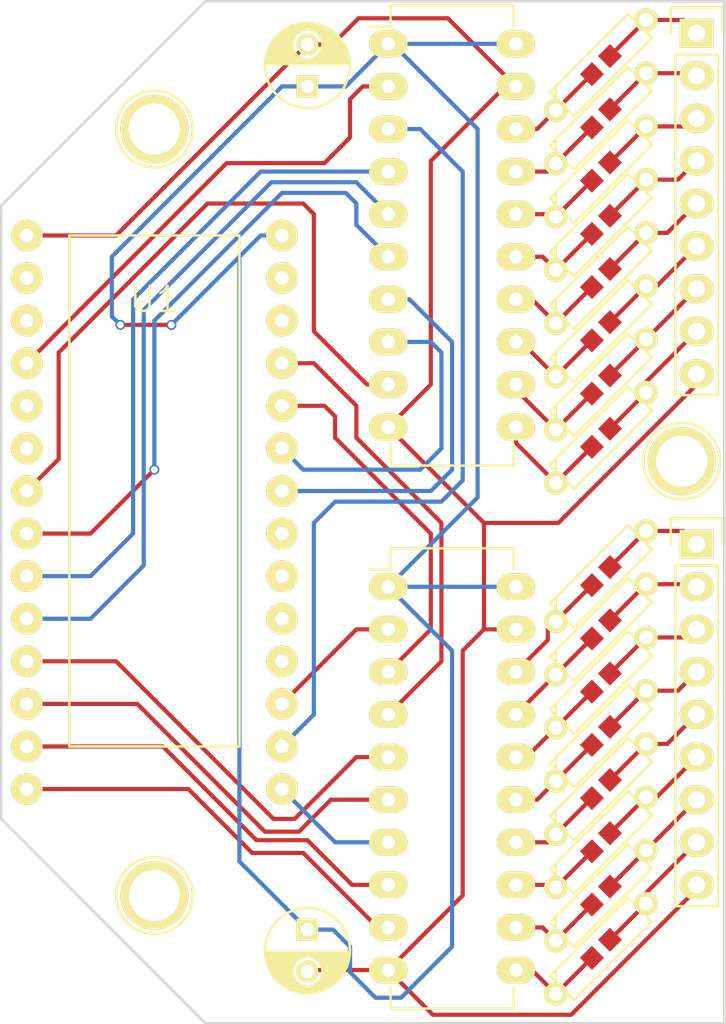
<source format=kicad_pcb>

(kicad_pcb
  (version 4)
  (host pcbnew "(2015-09-22 BZR 6208)-product")
  (general
    (links 94)
    (no_connects 0)
    (area 102.540999 72.395 150.22 137.235001)
    (thickness 1.6)
    (drawings 7)
    (tracks 241)
    (zones 0)
    (modules 26)
    (nets 61))
  (page A4)
  (layers
    (0 F.Cu signal)
    (31 B.Cu signal)
    (32 B.Adhes user)
    (33 F.Adhes user)
    (34 B.Paste user)
    (35 F.Paste user)
    (36 B.SilkS user)
    (37 F.SilkS user)
    (38 B.Mask user)
    (39 F.Mask user)
    (40 Dwgs.User user)
    (41 Cmts.User user)
    (42 Eco1.User user)
    (43 Eco2.User user)
    (44 Edge.Cuts user)
    (45 Margin user)
    (46 B.CrtYd user)
    (47 F.CrtYd user)
    (48 B.Fab user)
    (49 F.Fab user))
  (setup
    (last_trace_width 0.25)
    (trace_clearance 0.2)
    (zone_clearance 0.508)
    (zone_45_only no)
    (trace_min 0.2)
    (segment_width 0.2)
    (edge_width 0.15)
    (via_size 0.6)
    (via_drill 0.4)
    (via_min_size 0.4)
    (via_min_drill 0.3)
    (uvia_size 0.3)
    (uvia_drill 0.1)
    (uvias_allowed no)
    (uvia_min_size 0.2)
    (uvia_min_drill 0.1)
    (pcb_text_width 0.3)
    (pcb_text_size 1.5 1.5)
    (mod_edge_width 0.15)
    (mod_text_size 1 1)
    (mod_text_width 0.15)
    (pad_size 1.524 1.524)
    (pad_drill 0.762)
    (pad_to_mask_clearance 0.2)
    (aux_axis_origin 0 0)
    (visible_elements FFFFFF6F)
    (pcbplotparams
      (layerselection 0x010f0_80000001)
      (usegerberextensions false)
      (excludeedgelayer true)
      (linewidth 0.1)
      (plotframeref false)
      (viasonmask false)
      (mode 1)
      (useauxorigin false)
      (hpglpennumber 1)
      (hpglpenspeed 20)
      (hpglpendiameter 15)
      (hpglpenoverlay 2)
      (psnegative false)
      (psa4output false)
      (plotreference true)
      (plotvalue true)
      (plotinvisibletext false)
      (padsonsilk false)
      (subtractmaskfromsilk false)
      (outputformat 1)
      (mirror false)
      (drillshape 0)
      (scaleselection 1)
      (outputdirectory gerber/)))
  (net 0 "")
  (net 1 VCC)
  (net 2 GND)
  (net 3 "Net-(P1-Pad1)")
  (net 4 "Net-(P1-Pad2)")
  (net 5 "Net-(P1-Pad3)")
  (net 6 "Net-(P1-Pad4)")
  (net 7 "Net-(P1-Pad5)")
  (net 8 "Net-(P1-Pad6)")
  (net 9 "Net-(P1-Pad7)")
  (net 10 "Net-(P1-Pad8)")
  (net 11 "Net-(P2-Pad1)")
  (net 12 "Net-(P2-Pad2)")
  (net 13 "Net-(P2-Pad3)")
  (net 14 "Net-(P2-Pad4)")
  (net 15 "Net-(P2-Pad5)")
  (net 16 "Net-(P2-Pad6)")
  (net 17 "Net-(P2-Pad7)")
  (net 18 "Net-(P2-Pad8)")
  (net 19 "Net-(R1-Pad1)")
  (net 20 "Net-(R2-Pad1)")
  (net 21 "Net-(R3-Pad1)")
  (net 22 "Net-(R4-Pad1)")
  (net 23 "Net-(R5-Pad1)")
  (net 24 "Net-(R6-Pad1)")
  (net 25 "Net-(R7-Pad1)")
  (net 26 "Net-(R8-Pad1)")
  (net 27 "Net-(R9-Pad1)")
  (net 28 "Net-(R10-Pad1)")
  (net 29 "Net-(R11-Pad1)")
  (net 30 "Net-(R12-Pad1)")
  (net 31 "Net-(R13-Pad1)")
  (net 32 "Net-(R14-Pad1)")
  (net 33 "Net-(R15-Pad1)")
  (net 34 "Net-(R16-Pad1)")
  (net 35 "Net-(U1-Pad0)")
  (net 36 "Net-(U1-Pad1)")
  (net 37 2)
  (net 38 "Net-(U1-Pad3)")
  (net 39 "Net-(U1-Pad4)")
  (net 40 5)
  (net 41 6)
  (net 42 7)
  (net 43 8)
  (net 44 9)
  (net 45 10)
  (net 46 11)
  (net 47 12)
  (net 48 13)
  (net 49 14)
  (net 50 15)
  (net 51 "Net-(U1-Pad16)")
  (net 52 "Net-(U1-Pad17)")
  (net 53 "Net-(U1-Pad18)")
  (net 54 "Net-(U1-Pad19)")
  (net 55 20)
  (net 56 21)
  (net 57 22)
  (net 58 23)
  (net 59 "Net-(U1-Pad24)")
  (net 60 "Net-(U1-Pad25)")
  (net_class Default "This is the default net class."
    (clearance 0.2)
    (trace_width 0.25)
    (via_dia 0.6)
    (via_drill 0.4)
    (uvia_dia 0.3)
    (uvia_drill 0.1)
    (add_net 10)
    (add_net 11)
    (add_net 12)
    (add_net 13)
    (add_net 14)
    (add_net 15)
    (add_net 2)
    (add_net 20)
    (add_net 21)
    (add_net 22)
    (add_net 23)
    (add_net 5)
    (add_net 6)
    (add_net 7)
    (add_net 8)
    (add_net 9)
    (add_net GND)
    (add_net "Net-(P1-Pad1)")
    (add_net "Net-(P1-Pad2)")
    (add_net "Net-(P1-Pad3)")
    (add_net "Net-(P1-Pad4)")
    (add_net "Net-(P1-Pad5)")
    (add_net "Net-(P1-Pad6)")
    (add_net "Net-(P1-Pad7)")
    (add_net "Net-(P1-Pad8)")
    (add_net "Net-(P2-Pad1)")
    (add_net "Net-(P2-Pad2)")
    (add_net "Net-(P2-Pad3)")
    (add_net "Net-(P2-Pad4)")
    (add_net "Net-(P2-Pad5)")
    (add_net "Net-(P2-Pad6)")
    (add_net "Net-(P2-Pad7)")
    (add_net "Net-(P2-Pad8)")
    (add_net "Net-(R1-Pad1)")
    (add_net "Net-(R10-Pad1)")
    (add_net "Net-(R11-Pad1)")
    (add_net "Net-(R12-Pad1)")
    (add_net "Net-(R13-Pad1)")
    (add_net "Net-(R14-Pad1)")
    (add_net "Net-(R15-Pad1)")
    (add_net "Net-(R16-Pad1)")
    (add_net "Net-(R2-Pad1)")
    (add_net "Net-(R3-Pad1)")
    (add_net "Net-(R4-Pad1)")
    (add_net "Net-(R5-Pad1)")
    (add_net "Net-(R6-Pad1)")
    (add_net "Net-(R7-Pad1)")
    (add_net "Net-(R8-Pad1)")
    (add_net "Net-(R9-Pad1)")
    (add_net "Net-(U1-Pad0)")
    (add_net "Net-(U1-Pad1)")
    (add_net "Net-(U1-Pad16)")
    (add_net "Net-(U1-Pad17)")
    (add_net "Net-(U1-Pad18)")
    (add_net "Net-(U1-Pad19)")
    (add_net "Net-(U1-Pad24)")
    (add_net "Net-(U1-Pad25)")
    (add_net "Net-(U1-Pad3)")
    (add_net "Net-(U1-Pad4)")
    (add_net VCC))
  (module Capacitors_ThroughHole:C_Radial_D5_L6_P2.5
    (layer F.Cu)
    (tedit 56297F0B)
    (tstamp 56297800.0)
    (at 120.904 81.28 90)
    (descr "Radial Electrolytic Capacitor Diameter 5mm x Length 6mm, Pitch 2.5mm")
    (tags "Electrolytic Capacitor")
    (path /56297E4E)
    (fp_text reference C1
      (at 1.25 -3.8 90)
      (layer F.SilkS) hide
      (effects
        (font
          (size 1 1)
          (thickness 0.15))))
    (fp_text value 0.1uF
      (at 1.25 3.8 90)
      (layer F.Fab) hide
      (effects
        (font
          (size 1 1)
          (thickness 0.15))))
    (fp_line
      (start 1.325 -2.499)
      (end 1.325 2.499)
      (layer F.SilkS)
      (width 0.15))
    (fp_line
      (start 1.465 -2.491)
      (end 1.465 2.491)
      (layer F.SilkS)
      (width 0.15))
    (fp_line
      (start 1.605 -2.475)
      (end 1.605 -0.095)
      (layer F.SilkS)
      (width 0.15))
    (fp_line
      (start 1.605 0.095)
      (end 1.605 2.475)
      (layer F.SilkS)
      (width 0.15))
    (fp_line
      (start 1.745 -2.451)
      (end 1.745 -0.49)
      (layer F.SilkS)
      (width 0.15))
    (fp_line
      (start 1.745 0.49)
      (end 1.745 2.451)
      (layer F.SilkS)
      (width 0.15))
    (fp_line
      (start 1.885 -2.418)
      (end 1.885 -0.657)
      (layer F.SilkS)
      (width 0.15))
    (fp_line
      (start 1.885 0.657)
      (end 1.885 2.418)
      (layer F.SilkS)
      (width 0.15))
    (fp_line
      (start 2.025 -2.377)
      (end 2.025 -0.764)
      (layer F.SilkS)
      (width 0.15))
    (fp_line
      (start 2.025 0.764)
      (end 2.025 2.377)
      (layer F.SilkS)
      (width 0.15))
    (fp_line
      (start 2.165 -2.327)
      (end 2.165 -0.835)
      (layer F.SilkS)
      (width 0.15))
    (fp_line
      (start 2.165 0.835)
      (end 2.165 2.327)
      (layer F.SilkS)
      (width 0.15))
    (fp_line
      (start 2.305 -2.266)
      (end 2.305 -0.879)
      (layer F.SilkS)
      (width 0.15))
    (fp_line
      (start 2.305 0.879)
      (end 2.305 2.266)
      (layer F.SilkS)
      (width 0.15))
    (fp_line
      (start 2.445 -2.196)
      (end 2.445 -0.898)
      (layer F.SilkS)
      (width 0.15))
    (fp_line
      (start 2.445 0.898)
      (end 2.445 2.196)
      (layer F.SilkS)
      (width 0.15))
    (fp_line
      (start 2.585 -2.114)
      (end 2.585 -0.896)
      (layer F.SilkS)
      (width 0.15))
    (fp_line
      (start 2.585 0.896)
      (end 2.585 2.114)
      (layer F.SilkS)
      (width 0.15))
    (fp_line
      (start 2.725 -2.019)
      (end 2.725 -0.871)
      (layer F.SilkS)
      (width 0.15))
    (fp_line
      (start 2.725 0.871)
      (end 2.725 2.019)
      (layer F.SilkS)
      (width 0.15))
    (fp_line
      (start 2.865 -1.908)
      (end 2.865 -0.823)
      (layer F.SilkS)
      (width 0.15))
    (fp_line
      (start 2.865 0.823)
      (end 2.865 1.908)
      (layer F.SilkS)
      (width 0.15))
    (fp_line
      (start 3.005 -1.78)
      (end 3.005 -0.745)
      (layer F.SilkS)
      (width 0.15))
    (fp_line
      (start 3.005 0.745)
      (end 3.005 1.78)
      (layer F.SilkS)
      (width 0.15))
    (fp_line
      (start 3.145 -1.631)
      (end 3.145 -0.628)
      (layer F.SilkS)
      (width 0.15))
    (fp_line
      (start 3.145 0.628)
      (end 3.145 1.631)
      (layer F.SilkS)
      (width 0.15))
    (fp_line
      (start 3.285 -1.452)
      (end 3.285 -0.44)
      (layer F.SilkS)
      (width 0.15))
    (fp_line
      (start 3.285 0.44)
      (end 3.285 1.452)
      (layer F.SilkS)
      (width 0.15))
    (fp_line
      (start 3.425 -1.233)
      (end 3.425 1.233)
      (layer F.SilkS)
      (width 0.15))
    (fp_line
      (start 3.565 -0.944)
      (end 3.565 0.944)
      (layer F.SilkS)
      (width 0.15))
    (fp_line
      (start 3.705 -0.472)
      (end 3.705 0.472)
      (layer F.SilkS)
      (width 0.15))
    (fp_circle
      (center 2.5 0)
      (end 2.5 -0.9)
      (layer F.SilkS)
      (width 0.15))
    (fp_circle
      (center 1.25 0)
      (end 1.25 -2.5375)
      (layer F.SilkS)
      (width 0.15))
    (fp_circle
      (center 1.25 0)
      (end 1.25 -2.8)
      (layer F.CrtYd)
      (width 0.05))
    (pad 1 thru_hole rect
      (at 0 0 90)
      (size 1.3 1.3)
      (drill 0.8)
      (layers *.Cu *.Mask F.SilkS)
      (net 1 VCC))
    (pad 2 thru_hole circle
      (at 2.5 0 90)
      (size 1.3 1.3)
      (drill 0.8)
      (layers *.Cu *.Mask F.SilkS)
      (net 2 GND))
    (model Capacitors_ThroughHole.3dshapes/C_Radial_D5_L6_P2.5.wrl
      (at
        (xyz 0.049213 0 0))
      (scale
        (xyz 1 1 1))
      (rotate
        (xyz 0 0 90))))
  (module CustomFoot:R-1-8w
    (layer F.Cu)
    (tedit 56297B70)
    (tstamp 562979BC)
    (at 138.43 80.01 45)
    (descr "Resitance 3 pas")
    (tags R)
    (path /56297FD7)
    (fp_text reference R1
      (at 0 -1.27 45)
      (layer F.SilkS) hide
      (effects
        (font
          (size 1 1)
          (thickness 0.15))))
    (fp_text value R_Small
      (at 0 1.27 45)
      (layer F.Fab) hide
      (effects
        (font
          (size 1 1)
          (thickness 0.15))))
    (fp_line
      (start -3.81 0)
      (end -3.302 0)
      (layer F.SilkS)
      (width 0.15))
    (fp_line
      (start 3.81 0)
      (end 3.302 0)
      (layer F.SilkS)
      (width 0.15))
    (fp_line
      (start 3.302 0)
      (end 3.302 -1.016)
      (layer F.SilkS)
      (width 0.15))
    (fp_line
      (start 3.302 -1.016)
      (end -3.302 -1.016)
      (layer F.SilkS)
      (width 0.15))
    (fp_line
      (start -3.302 -1.016)
      (end -3.302 1.016)
      (layer F.SilkS)
      (width 0.15))
    (fp_line
      (start -3.302 1.016)
      (end 3.302 1.016)
      (layer F.SilkS)
      (width 0.15))
    (fp_line
      (start 3.302 1.016)
      (end 3.302 0)
      (layer F.SilkS)
      (width 0.15))
    (fp_line
      (start -3.302 -0.508)
      (end -2.794 -1.016)
      (layer F.SilkS)
      (width 0.15))
    (pad 1 thru_hole circle
      (at -3.81 0 45)
      (size 1.397 1.397)
      (drill 0.8128)
      (layers *.Cu *.Mask F.SilkS)
      (net 19 "Net-(R1-Pad1)"))
    (pad 2 thru_hole circle
      (at 3.81 0 45)
      (size 1.397 1.397)
      (drill 0.8128)
      (layers *.Cu *.Mask F.SilkS)
      (net 3 "Net-(P1-Pad1)"))
    (pad 1 smd rect
      (at -0.762 0 45)
      (size 1.016 1.016)
      (layers F.Cu F.Paste F.Mask)
      (net 19 "Net-(R1-Pad1)"))
    (pad 2 smd rect
      (at 0.762 0 45)
      (size 1.016 1.016)
      (layers F.Cu F.Paste F.Mask)
      (net 3 "Net-(P1-Pad1)"))
    (model Discret.3dshapes/R3.wrl
      (at
        (xyz 0 0 0))
      (scale
        (xyz 0.3 0.3 0.3))
      (rotate
        (xyz 0 0 0))))
  (module CustomFoot:R-1-8w
    (layer F.Cu)
    (tedit 56297AE3)
    (tstamp 562979C4)
    (at 138.43 83.185 45)
    (descr "Resitance 3 pas")
    (tags R)
    (path /562981FF)
    (fp_text reference R2
      (at 0 -1.27 45)
      (layer F.SilkS) hide
      (effects
        (font
          (size 1 1)
          (thickness 0.15))))
    (fp_text value R_Small
      (at 0 1.27 45)
      (layer F.Fab) hide
      (effects
        (font
          (size 1 1)
          (thickness 0.15))))
    (fp_line
      (start -3.81 0)
      (end -3.302 0)
      (layer F.SilkS)
      (width 0.15))
    (fp_line
      (start 3.81 0)
      (end 3.302 0)
      (layer F.SilkS)
      (width 0.15))
    (fp_line
      (start 3.302 0)
      (end 3.302 -1.016)
      (layer F.SilkS)
      (width 0.15))
    (fp_line
      (start 3.302 -1.016)
      (end -3.302 -1.016)
      (layer F.SilkS)
      (width 0.15))
    (fp_line
      (start -3.302 -1.016)
      (end -3.302 1.016)
      (layer F.SilkS)
      (width 0.15))
    (fp_line
      (start -3.302 1.016)
      (end 3.302 1.016)
      (layer F.SilkS)
      (width 0.15))
    (fp_line
      (start 3.302 1.016)
      (end 3.302 0)
      (layer F.SilkS)
      (width 0.15))
    (fp_line
      (start -3.302 -0.508)
      (end -2.794 -1.016)
      (layer F.SilkS)
      (width 0.15))
    (pad 1 thru_hole circle
      (at -3.81 0 45)
      (size 1.397 1.397)
      (drill 0.8128)
      (layers *.Cu *.Mask F.SilkS)
      (net 20 "Net-(R2-Pad1)"))
    (pad 2 thru_hole circle
      (at 3.81 0 45)
      (size 1.397 1.397)
      (drill 0.8128)
      (layers *.Cu *.Mask F.SilkS)
      (net 4 "Net-(P1-Pad2)"))
    (pad 1 smd rect
      (at -0.762 0 45)
      (size 1.016 1.016)
      (layers F.Cu F.Paste F.Mask)
      (net 20 "Net-(R2-Pad1)"))
    (pad 2 smd rect
      (at 0.762 0 45)
      (size 1.016 1.016)
      (layers F.Cu F.Paste F.Mask)
      (net 4 "Net-(P1-Pad2)"))
    (model Discret.3dshapes/R3.wrl
      (at
        (xyz 0 0 0))
      (scale
        (xyz 0.3 0.3 0.3))
      (rotate
        (xyz 0 0 0))))
  (module CustomFoot:R-1-8w
    (layer F.Cu)
    (tedit 56297AF1)
    (tstamp 562979CC)
    (at 138.43 86.36 45)
    (descr "Resitance 3 pas")
    (tags R)
    (path /5629822F)
    (fp_text reference R3
      (at 0 -1.27 45)
      (layer F.SilkS) hide
      (effects
        (font
          (size 1 1)
          (thickness 0.15))))
    (fp_text value R_Small
      (at 0 1.27 45)
      (layer F.Fab) hide
      (effects
        (font
          (size 1 1)
          (thickness 0.15))))
    (fp_line
      (start -3.81 0)
      (end -3.302 0)
      (layer F.SilkS)
      (width 0.15))
    (fp_line
      (start 3.81 0)
      (end 3.302 0)
      (layer F.SilkS)
      (width 0.15))
    (fp_line
      (start 3.302 0)
      (end 3.302 -1.016)
      (layer F.SilkS)
      (width 0.15))
    (fp_line
      (start 3.302 -1.016)
      (end -3.302 -1.016)
      (layer F.SilkS)
      (width 0.15))
    (fp_line
      (start -3.302 -1.016)
      (end -3.302 1.016)
      (layer F.SilkS)
      (width 0.15))
    (fp_line
      (start -3.302 1.016)
      (end 3.302 1.016)
      (layer F.SilkS)
      (width 0.15))
    (fp_line
      (start 3.302 1.016)
      (end 3.302 0)
      (layer F.SilkS)
      (width 0.15))
    (fp_line
      (start -3.302 -0.508)
      (end -2.794 -1.016)
      (layer F.SilkS)
      (width 0.15))
    (pad 1 thru_hole circle
      (at -3.81 0 45)
      (size 1.397 1.397)
      (drill 0.8128)
      (layers *.Cu *.Mask F.SilkS)
      (net 21 "Net-(R3-Pad1)"))
    (pad 2 thru_hole circle
      (at 3.81 0 45)
      (size 1.397 1.397)
      (drill 0.8128)
      (layers *.Cu *.Mask F.SilkS)
      (net 5 "Net-(P1-Pad3)"))
    (pad 1 smd rect
      (at -0.762 0 45)
      (size 1.016 1.016)
      (layers F.Cu F.Paste F.Mask)
      (net 21 "Net-(R3-Pad1)"))
    (pad 2 smd rect
      (at 0.762 0 45)
      (size 1.016 1.016)
      (layers F.Cu F.Paste F.Mask)
      (net 5 "Net-(P1-Pad3)"))
    (model Discret.3dshapes/R3.wrl
      (at
        (xyz 0 0 0))
      (scale
        (xyz 0.3 0.3 0.3))
      (rotate
        (xyz 0 0 0))))
  (module CustomFoot:R-1-8w
    (layer F.Cu)
    (tedit 56297BC2)
    (tstamp 562979D4)
    (at 138.43 89.535 45)
    (descr "Resitance 3 pas")
    (tags R)
    (path /5629825A)
    (fp_text reference R4
      (at 0 -1.27 45)
      (layer F.SilkS) hide
      (effects
        (font
          (size 1 1)
          (thickness 0.15))))
    (fp_text value R_Small
      (at 0 1.27 45)
      (layer F.Fab) hide
      (effects
        (font
          (size 1 1)
          (thickness 0.15))))
    (fp_line
      (start -3.81 0)
      (end -3.302 0)
      (layer F.SilkS)
      (width 0.15))
    (fp_line
      (start 3.81 0)
      (end 3.302 0)
      (layer F.SilkS)
      (width 0.15))
    (fp_line
      (start 3.302 0)
      (end 3.302 -1.016)
      (layer F.SilkS)
      (width 0.15))
    (fp_line
      (start 3.302 -1.016)
      (end -3.302 -1.016)
      (layer F.SilkS)
      (width 0.15))
    (fp_line
      (start -3.302 -1.016)
      (end -3.302 1.016)
      (layer F.SilkS)
      (width 0.15))
    (fp_line
      (start -3.302 1.016)
      (end 3.302 1.016)
      (layer F.SilkS)
      (width 0.15))
    (fp_line
      (start 3.302 1.016)
      (end 3.302 0)
      (layer F.SilkS)
      (width 0.15))
    (fp_line
      (start -3.302 -0.508)
      (end -2.794 -1.016)
      (layer F.SilkS)
      (width 0.15))
    (pad 1 thru_hole circle
      (at -3.81 0 45)
      (size 1.397 1.397)
      (drill 0.8128)
      (layers *.Cu *.Mask F.SilkS)
      (net 22 "Net-(R4-Pad1)"))
    (pad 2 thru_hole circle
      (at 3.81 0 45)
      (size 1.397 1.397)
      (drill 0.8128)
      (layers *.Cu *.Mask F.SilkS)
      (net 6 "Net-(P1-Pad4)"))
    (pad 1 smd rect
      (at -0.762 0 45)
      (size 1.016 1.016)
      (layers F.Cu F.Paste F.Mask)
      (net 22 "Net-(R4-Pad1)"))
    (pad 2 smd rect
      (at 0.762 0 45)
      (size 1.016 1.016)
      (layers F.Cu F.Paste F.Mask)
      (net 6 "Net-(P1-Pad4)"))
    (model Discret.3dshapes/R3.wrl
      (at
        (xyz 0 0 0))
      (scale
        (xyz 0.3 0.3 0.3))
      (rotate
        (xyz 0 0 0))))
  (module CustomFoot:R-1-8w
    (layer F.Cu)
    (tedit 56297B5A)
    (tstamp 562979DC)
    (at 138.43 92.71 45)
    (descr "Resitance 3 pas")
    (tags R)
    (path /56298288)
    (fp_text reference R5
      (at 0 -1.27 45)
      (layer F.SilkS) hide
      (effects
        (font
          (size 1 1)
          (thickness 0.15))))
    (fp_text value R_Small
      (at 0 1.27 45)
      (layer F.Fab) hide
      (effects
        (font
          (size 1 1)
          (thickness 0.15))))
    (fp_line
      (start -3.81 0)
      (end -3.302 0)
      (layer F.SilkS)
      (width 0.15))
    (fp_line
      (start 3.81 0)
      (end 3.302 0)
      (layer F.SilkS)
      (width 0.15))
    (fp_line
      (start 3.302 0)
      (end 3.302 -1.016)
      (layer F.SilkS)
      (width 0.15))
    (fp_line
      (start 3.302 -1.016)
      (end -3.302 -1.016)
      (layer F.SilkS)
      (width 0.15))
    (fp_line
      (start -3.302 -1.016)
      (end -3.302 1.016)
      (layer F.SilkS)
      (width 0.15))
    (fp_line
      (start -3.302 1.016)
      (end 3.302 1.016)
      (layer F.SilkS)
      (width 0.15))
    (fp_line
      (start 3.302 1.016)
      (end 3.302 0)
      (layer F.SilkS)
      (width 0.15))
    (fp_line
      (start -3.302 -0.508)
      (end -2.794 -1.016)
      (layer F.SilkS)
      (width 0.15))
    (pad 1 thru_hole circle
      (at -3.81 0 45)
      (size 1.397 1.397)
      (drill 0.8128)
      (layers *.Cu *.Mask F.SilkS)
      (net 23 "Net-(R5-Pad1)"))
    (pad 2 thru_hole circle
      (at 3.81 0 45)
      (size 1.397 1.397)
      (drill 0.8128)
      (layers *.Cu *.Mask F.SilkS)
      (net 7 "Net-(P1-Pad5)"))
    (pad 1 smd rect
      (at -0.762 0 45)
      (size 1.016 1.016)
      (layers F.Cu F.Paste F.Mask)
      (net 23 "Net-(R5-Pad1)"))
    (pad 2 smd rect
      (at 0.762 0 45)
      (size 1.016 1.016)
      (layers F.Cu F.Paste F.Mask)
      (net 7 "Net-(P1-Pad5)"))
    (model Discret.3dshapes/R3.wrl
      (at
        (xyz 0 0 0))
      (scale
        (xyz 0.3 0.3 0.3))
      (rotate
        (xyz 0 0 0))))
  (module CustomFoot:R-1-8w
    (layer F.Cu)
    (tedit 56297B47)
    (tstamp 5629790000.0)
    (at 138.43 95.885 45)
    (descr "Resitance 3 pas")
    (tags R)
    (path /562982B9)
    (fp_text reference R6
      (at 0 -1.27 45)
      (layer F.SilkS) hide
      (effects
        (font
          (size 1 1)
          (thickness 0.15))))
    (fp_text value R_Small
      (at 0 1.27 45)
      (layer F.Fab) hide
      (effects
        (font
          (size 1 1)
          (thickness 0.15))))
    (fp_line
      (start -3.81 0)
      (end -3.302 0)
      (layer F.SilkS)
      (width 0.15))
    (fp_line
      (start 3.81 0)
      (end 3.302 0)
      (layer F.SilkS)
      (width 0.15))
    (fp_line
      (start 3.302 0)
      (end 3.302 -1.016)
      (layer F.SilkS)
      (width 0.15))
    (fp_line
      (start 3.302 -1.016)
      (end -3.302 -1.016)
      (layer F.SilkS)
      (width 0.15))
    (fp_line
      (start -3.302 -1.016)
      (end -3.302 1.016)
      (layer F.SilkS)
      (width 0.15))
    (fp_line
      (start -3.302 1.016)
      (end 3.302 1.016)
      (layer F.SilkS)
      (width 0.15))
    (fp_line
      (start 3.302 1.016)
      (end 3.302 0)
      (layer F.SilkS)
      (width 0.15))
    (fp_line
      (start -3.302 -0.508)
      (end -2.794 -1.016)
      (layer F.SilkS)
      (width 0.15))
    (pad 1 thru_hole circle
      (at -3.81 0 45)
      (size 1.397 1.397)
      (drill 0.8128)
      (layers *.Cu *.Mask F.SilkS)
      (net 24 "Net-(R6-Pad1)"))
    (pad 2 thru_hole circle
      (at 3.81 0 45)
      (size 1.397 1.397)
      (drill 0.8128)
      (layers *.Cu *.Mask F.SilkS)
      (net 8 "Net-(P1-Pad6)"))
    (pad 1 smd rect
      (at -0.762 0 45)
      (size 1.016 1.016)
      (layers F.Cu F.Paste F.Mask)
      (net 24 "Net-(R6-Pad1)"))
    (pad 2 smd rect
      (at 0.762 0 45)
      (size 1.016 1.016)
      (layers F.Cu F.Paste F.Mask)
      (net 8 "Net-(P1-Pad6)"))
    (model Discret.3dshapes/R3.wrl
      (at
        (xyz 0 0 0))
      (scale
        (xyz 0.3 0.3 0.3))
      (rotate
        (xyz 0 0 0))))
  (module CustomFoot:R-1-8w
    (layer F.Cu)
    (tedit 56297B37)
    (tstamp 562979EC)
    (at 138.43 99.06 45)
    (descr "Resitance 3 pas")
    (tags R)
    (path /562982ED)
    (fp_text reference R7
      (at 0 -1.27 45)
      (layer F.SilkS) hide
      (effects
        (font
          (size 1 1)
          (thickness 0.15))))
    (fp_text value R_Small
      (at 0 1.27 45)
      (layer F.Fab) hide
      (effects
        (font
          (size 1 1)
          (thickness 0.15))))
    (fp_line
      (start -3.81 0)
      (end -3.302 0)
      (layer F.SilkS)
      (width 0.15))
    (fp_line
      (start 3.81 0)
      (end 3.302 0)
      (layer F.SilkS)
      (width 0.15))
    (fp_line
      (start 3.302 0)
      (end 3.302 -1.016)
      (layer F.SilkS)
      (width 0.15))
    (fp_line
      (start 3.302 -1.016)
      (end -3.302 -1.016)
      (layer F.SilkS)
      (width 0.15))
    (fp_line
      (start -3.302 -1.016)
      (end -3.302 1.016)
      (layer F.SilkS)
      (width 0.15))
    (fp_line
      (start -3.302 1.016)
      (end 3.302 1.016)
      (layer F.SilkS)
      (width 0.15))
    (fp_line
      (start 3.302 1.016)
      (end 3.302 0)
      (layer F.SilkS)
      (width 0.15))
    (fp_line
      (start -3.302 -0.508)
      (end -2.794 -1.016)
      (layer F.SilkS)
      (width 0.15))
    (pad 1 thru_hole circle
      (at -3.81 0 45)
      (size 1.397 1.397)
      (drill 0.8128)
      (layers *.Cu *.Mask F.SilkS)
      (net 25 "Net-(R7-Pad1)"))
    (pad 2 thru_hole circle
      (at 3.81 0 45)
      (size 1.397 1.397)
      (drill 0.8128)
      (layers *.Cu *.Mask F.SilkS)
      (net 9 "Net-(P1-Pad7)"))
    (pad 1 smd rect
      (at -0.762 0 45)
      (size 1.016 1.016)
      (layers F.Cu F.Paste F.Mask)
      (net 25 "Net-(R7-Pad1)"))
    (pad 2 smd rect
      (at 0.762 0 45)
      (size 1.016 1.016)
      (layers F.Cu F.Paste F.Mask)
      (net 9 "Net-(P1-Pad7)"))
    (model Discret.3dshapes/R3.wrl
      (at
        (xyz 0 0 0))
      (scale
        (xyz 0.3 0.3 0.3))
      (rotate
        (xyz 0 0 0))))
  (module CustomFoot:R-1-8w
    (layer F.Cu)
    (tedit 56297B51)
    (tstamp 562979F4)
    (at 138.43 102.235 45)
    (descr "Resitance 3 pas")
    (tags R)
    (path /56298324)
    (fp_text reference R8
      (at 0 -1.27 45)
      (layer F.SilkS) hide
      (effects
        (font
          (size 1 1)
          (thickness 0.15))))
    (fp_text value R_Small
      (at 0 1.27 45)
      (layer F.Fab) hide
      (effects
        (font
          (size 1 1)
          (thickness 0.15))))
    (fp_line
      (start -3.81 0)
      (end -3.302 0)
      (layer F.SilkS)
      (width 0.15))
    (fp_line
      (start 3.81 0)
      (end 3.302 0)
      (layer F.SilkS)
      (width 0.15))
    (fp_line
      (start 3.302 0)
      (end 3.302 -1.016)
      (layer F.SilkS)
      (width 0.15))
    (fp_line
      (start 3.302 -1.016)
      (end -3.302 -1.016)
      (layer F.SilkS)
      (width 0.15))
    (fp_line
      (start -3.302 -1.016)
      (end -3.302 1.016)
      (layer F.SilkS)
      (width 0.15))
    (fp_line
      (start -3.302 1.016)
      (end 3.302 1.016)
      (layer F.SilkS)
      (width 0.15))
    (fp_line
      (start 3.302 1.016)
      (end 3.302 0)
      (layer F.SilkS)
      (width 0.15))
    (fp_line
      (start -3.302 -0.508)
      (end -2.794 -1.016)
      (layer F.SilkS)
      (width 0.15))
    (pad 1 thru_hole circle
      (at -3.81 0 45)
      (size 1.397 1.397)
      (drill 0.8128)
      (layers *.Cu *.Mask F.SilkS)
      (net 26 "Net-(R8-Pad1)"))
    (pad 2 thru_hole circle
      (at 3.81 0 45)
      (size 1.397 1.397)
      (drill 0.8128)
      (layers *.Cu *.Mask F.SilkS)
      (net 10 "Net-(P1-Pad8)"))
    (pad 1 smd rect
      (at -0.762 0 45)
      (size 1.016 1.016)
      (layers F.Cu F.Paste F.Mask)
      (net 26 "Net-(R8-Pad1)"))
    (pad 2 smd rect
      (at 0.762 0 45)
      (size 1.016 1.016)
      (layers F.Cu F.Paste F.Mask)
      (net 10 "Net-(P1-Pad8)"))
    (model Discret.3dshapes/R3.wrl
      (at
        (xyz 0 0 0))
      (scale
        (xyz 0.3 0.3 0.3))
      (rotate
        (xyz 0 0 0))))
  (module CustomFoot:R-1-8w
    (layer F.Cu)
    (tedit 5629880B)
    (tstamp 562979FC)
    (at 138.43 110.49 45)
    (descr "Resitance 3 pas")
    (tags R)
    (path /56298957)
    (fp_text reference R9
      (at 0 -1.27 45)
      (layer F.SilkS) hide
      (effects
        (font
          (size 1 1)
          (thickness 0.15))))
    (fp_text value R_Small
      (at 0 1.27 45)
      (layer F.Fab) hide
      (effects
        (font
          (size 1 1)
          (thickness 0.15))))
    (fp_line
      (start -3.81 0)
      (end -3.302 0)
      (layer F.SilkS)
      (width 0.15))
    (fp_line
      (start 3.81 0)
      (end 3.302 0)
      (layer F.SilkS)
      (width 0.15))
    (fp_line
      (start 3.302 0)
      (end 3.302 -1.016)
      (layer F.SilkS)
      (width 0.15))
    (fp_line
      (start 3.302 -1.016)
      (end -3.302 -1.016)
      (layer F.SilkS)
      (width 0.15))
    (fp_line
      (start -3.302 -1.016)
      (end -3.302 1.016)
      (layer F.SilkS)
      (width 0.15))
    (fp_line
      (start -3.302 1.016)
      (end 3.302 1.016)
      (layer F.SilkS)
      (width 0.15))
    (fp_line
      (start 3.302 1.016)
      (end 3.302 0)
      (layer F.SilkS)
      (width 0.15))
    (fp_line
      (start -3.302 -0.508)
      (end -2.794 -1.016)
      (layer F.SilkS)
      (width 0.15))
    (pad 1 thru_hole circle
      (at -3.81 0 45)
      (size 1.397 1.397)
      (drill 0.8128)
      (layers *.Cu *.Mask F.SilkS)
      (net 27 "Net-(R9-Pad1)"))
    (pad 2 thru_hole circle
      (at 3.81 0 45)
      (size 1.397 1.397)
      (drill 0.8128)
      (layers *.Cu *.Mask F.SilkS)
      (net 11 "Net-(P2-Pad1)"))
    (pad 1 smd rect
      (at -0.762 0 45)
      (size 1.016 1.016)
      (layers F.Cu F.Paste F.Mask)
      (net 27 "Net-(R9-Pad1)"))
    (pad 2 smd rect
      (at 0.762 0 45)
      (size 1.016 1.016)
      (layers F.Cu F.Paste F.Mask)
      (net 11 "Net-(P2-Pad1)"))
    (model Discret.3dshapes/R3.wrl
      (at
        (xyz 0 0 0))
      (scale
        (xyz 0.3 0.3 0.3))
      (rotate
        (xyz 0 0 0))))
  (module CustomFoot:R-1-8w
    (layer F.Cu)
    (tedit 56297B68)
    (tstamp 56297A04)
    (at 138.43 113.665 45)
    (descr "Resitance 3 pas")
    (tags R)
    (path /5629895D)
    (fp_text reference R10
      (at 0 -1.27 45)
      (layer F.SilkS) hide
      (effects
        (font
          (size 1 1)
          (thickness 0.15))))
    (fp_text value R_Small
      (at 0 1.27 45)
      (layer F.Fab) hide
      (effects
        (font
          (size 1 1)
          (thickness 0.15))))
    (fp_line
      (start -3.81 0)
      (end -3.302 0)
      (layer F.SilkS)
      (width 0.15))
    (fp_line
      (start 3.81 0)
      (end 3.302 0)
      (layer F.SilkS)
      (width 0.15))
    (fp_line
      (start 3.302 0)
      (end 3.302 -1.016)
      (layer F.SilkS)
      (width 0.15))
    (fp_line
      (start 3.302 -1.016)
      (end -3.302 -1.016)
      (layer F.SilkS)
      (width 0.15))
    (fp_line
      (start -3.302 -1.016)
      (end -3.302 1.016)
      (layer F.SilkS)
      (width 0.15))
    (fp_line
      (start -3.302 1.016)
      (end 3.302 1.016)
      (layer F.SilkS)
      (width 0.15))
    (fp_line
      (start 3.302 1.016)
      (end 3.302 0)
      (layer F.SilkS)
      (width 0.15))
    (fp_line
      (start -3.302 -0.508)
      (end -2.794 -1.016)
      (layer F.SilkS)
      (width 0.15))
    (pad 1 thru_hole circle
      (at -3.81 0 45)
      (size 1.397 1.397)
      (drill 0.8128)
      (layers *.Cu *.Mask F.SilkS)
      (net 28 "Net-(R10-Pad1)"))
    (pad 2 thru_hole circle
      (at 3.81 0 45)
      (size 1.397 1.397)
      (drill 0.8128)
      (layers *.Cu *.Mask F.SilkS)
      (net 12 "Net-(P2-Pad2)"))
    (pad 1 smd rect
      (at -0.762 0 45)
      (size 1.016 1.016)
      (layers F.Cu F.Paste F.Mask)
      (net 28 "Net-(R10-Pad1)"))
    (pad 2 smd rect
      (at 0.762 0 45)
      (size 1.016 1.016)
      (layers F.Cu F.Paste F.Mask)
      (net 12 "Net-(P2-Pad2)"))
    (model Discret.3dshapes/R3.wrl
      (at
        (xyz 0 0 0))
      (scale
        (xyz 0.3 0.3 0.3))
      (rotate
        (xyz 0 0 0))))
  (module CustomFoot:R-1-8w
    (layer F.Cu)
    (tedit 56297BCA)
    (tstamp 56297A0C)
    (at 138.43 116.84 45)
    (descr "Resitance 3 pas")
    (tags R)
    (path /56298963)
    (fp_text reference R11
      (at 0 -1.27 45)
      (layer F.SilkS) hide
      (effects
        (font
          (size 1 1)
          (thickness 0.15))))
    (fp_text value R_Small
      (at 0 1.27 45)
      (layer F.Fab) hide
      (effects
        (font
          (size 1 1)
          (thickness 0.15))))
    (fp_line
      (start -3.81 0)
      (end -3.302 0)
      (layer F.SilkS)
      (width 0.15))
    (fp_line
      (start 3.81 0)
      (end 3.302 0)
      (layer F.SilkS)
      (width 0.15))
    (fp_line
      (start 3.302 0)
      (end 3.302 -1.016)
      (layer F.SilkS)
      (width 0.15))
    (fp_line
      (start 3.302 -1.016)
      (end -3.302 -1.016)
      (layer F.SilkS)
      (width 0.15))
    (fp_line
      (start -3.302 -1.016)
      (end -3.302 1.016)
      (layer F.SilkS)
      (width 0.15))
    (fp_line
      (start -3.302 1.016)
      (end 3.302 1.016)
      (layer F.SilkS)
      (width 0.15))
    (fp_line
      (start 3.302 1.016)
      (end 3.302 0)
      (layer F.SilkS)
      (width 0.15))
    (fp_line
      (start -3.302 -0.508)
      (end -2.794 -1.016)
      (layer F.SilkS)
      (width 0.15))
    (pad 1 thru_hole circle
      (at -3.81 0 45)
      (size 1.397 1.397)
      (drill 0.8128)
      (layers *.Cu *.Mask F.SilkS)
      (net 29 "Net-(R11-Pad1)"))
    (pad 2 thru_hole circle
      (at 3.81 0 45)
      (size 1.397 1.397)
      (drill 0.8128)
      (layers *.Cu *.Mask F.SilkS)
      (net 13 "Net-(P2-Pad3)"))
    (pad 1 smd rect
      (at -0.762 0 45)
      (size 1.016 1.016)
      (layers F.Cu F.Paste F.Mask)
      (net 29 "Net-(R11-Pad1)"))
    (pad 2 smd rect
      (at 0.762 0 45)
      (size 1.016 1.016)
      (layers F.Cu F.Paste F.Mask)
      (net 13 "Net-(P2-Pad3)"))
    (model Discret.3dshapes/R3.wrl
      (at
        (xyz 0 0 0))
      (scale
        (xyz 0.3 0.3 0.3))
      (rotate
        (xyz 0 0 0))))
  (module CustomFoot:R-1-8w
    (layer F.Cu)
    (tedit 56297BD1)
    (tstamp 56297A14)
    (at 138.43 120.015 45)
    (descr "Resitance 3 pas")
    (tags R)
    (path /56298969)
    (fp_text reference R12
      (at 0 -1.27 45)
      (layer F.SilkS) hide
      (effects
        (font
          (size 1 1)
          (thickness 0.15))))
    (fp_text value R_Small
      (at 0 1.27 45)
      (layer F.Fab) hide
      (effects
        (font
          (size 1 1)
          (thickness 0.15))))
    (fp_line
      (start -3.81 0)
      (end -3.302 0)
      (layer F.SilkS)
      (width 0.15))
    (fp_line
      (start 3.81 0)
      (end 3.302 0)
      (layer F.SilkS)
      (width 0.15))
    (fp_line
      (start 3.302 0)
      (end 3.302 -1.016)
      (layer F.SilkS)
      (width 0.15))
    (fp_line
      (start 3.302 -1.016)
      (end -3.302 -1.016)
      (layer F.SilkS)
      (width 0.15))
    (fp_line
      (start -3.302 -1.016)
      (end -3.302 1.016)
      (layer F.SilkS)
      (width 0.15))
    (fp_line
      (start -3.302 1.016)
      (end 3.302 1.016)
      (layer F.SilkS)
      (width 0.15))
    (fp_line
      (start 3.302 1.016)
      (end 3.302 0)
      (layer F.SilkS)
      (width 0.15))
    (fp_line
      (start -3.302 -0.508)
      (end -2.794 -1.016)
      (layer F.SilkS)
      (width 0.15))
    (pad 1 thru_hole circle
      (at -3.81 0 45)
      (size 1.397 1.397)
      (drill 0.8128)
      (layers *.Cu *.Mask F.SilkS)
      (net 30 "Net-(R12-Pad1)"))
    (pad 2 thru_hole circle
      (at 3.81 0 45)
      (size 1.397 1.397)
      (drill 0.8128)
      (layers *.Cu *.Mask F.SilkS)
      (net 14 "Net-(P2-Pad4)"))
    (pad 1 smd rect
      (at -0.762 0 45)
      (size 1.016 1.016)
      (layers F.Cu F.Paste F.Mask)
      (net 30 "Net-(R12-Pad1)"))
    (pad 2 smd rect
      (at 0.762 0 45)
      (size 1.016 1.016)
      (layers F.Cu F.Paste F.Mask)
      (net 14 "Net-(P2-Pad4)"))
    (model Discret.3dshapes/R3.wrl
      (at
        (xyz 0 0 0))
      (scale
        (xyz 0.3 0.3 0.3))
      (rotate
        (xyz 0 0 0))))
  (module CustomFoot:R-1-8w
    (layer F.Cu)
    (tedit 56297B61)
    (tstamp 56297A1C)
    (at 138.43 123.19 45)
    (descr "Resitance 3 pas")
    (tags R)
    (path /5629896F)
    (fp_text reference R13
      (at 0 -1.27 45)
      (layer F.SilkS) hide
      (effects
        (font
          (size 1 1)
          (thickness 0.15))))
    (fp_text value R_Small
      (at 0 1.27 45)
      (layer F.Fab) hide
      (effects
        (font
          (size 1 1)
          (thickness 0.15))))
    (fp_line
      (start -3.81 0)
      (end -3.302 0)
      (layer F.SilkS)
      (width 0.15))
    (fp_line
      (start 3.81 0)
      (end 3.302 0)
      (layer F.SilkS)
      (width 0.15))
    (fp_line
      (start 3.302 0)
      (end 3.302 -1.016)
      (layer F.SilkS)
      (width 0.15))
    (fp_line
      (start 3.302 -1.016)
      (end -3.302 -1.016)
      (layer F.SilkS)
      (width 0.15))
    (fp_line
      (start -3.302 -1.016)
      (end -3.302 1.016)
      (layer F.SilkS)
      (width 0.15))
    (fp_line
      (start -3.302 1.016)
      (end 3.302 1.016)
      (layer F.SilkS)
      (width 0.15))
    (fp_line
      (start 3.302 1.016)
      (end 3.302 0)
      (layer F.SilkS)
      (width 0.15))
    (fp_line
      (start -3.302 -0.508)
      (end -2.794 -1.016)
      (layer F.SilkS)
      (width 0.15))
    (pad 1 thru_hole circle
      (at -3.81 0 45)
      (size 1.397 1.397)
      (drill 0.8128)
      (layers *.Cu *.Mask F.SilkS)
      (net 31 "Net-(R13-Pad1)"))
    (pad 2 thru_hole circle
      (at 3.81 0 45)
      (size 1.397 1.397)
      (drill 0.8128)
      (layers *.Cu *.Mask F.SilkS)
      (net 15 "Net-(P2-Pad5)"))
    (pad 1 smd rect
      (at -0.762 0 45)
      (size 1.016 1.016)
      (layers F.Cu F.Paste F.Mask)
      (net 31 "Net-(R13-Pad1)"))
    (pad 2 smd rect
      (at 0.762 0 45)
      (size 1.016 1.016)
      (layers F.Cu F.Paste F.Mask)
      (net 15 "Net-(P2-Pad5)"))
    (model Discret.3dshapes/R3.wrl
      (at
        (xyz 0 0 0))
      (scale
        (xyz 0.3 0.3 0.3))
      (rotate
        (xyz 0 0 0))))
  (module CustomFoot:R-1-8w
    (layer F.Cu)
    (tedit 56297B7E)
    (tstamp 56297A24)
    (at 138.43 126.365 45)
    (descr "Resitance 3 pas")
    (tags R)
    (path /56298975)
    (fp_text reference R14
      (at 0 -1.27 45)
      (layer F.SilkS) hide
      (effects
        (font
          (size 1 1)
          (thickness 0.15))))
    (fp_text value R_Small
      (at 0 1.27 45)
      (layer F.Fab) hide
      (effects
        (font
          (size 1 1)
          (thickness 0.15))))
    (fp_line
      (start -3.81 0)
      (end -3.302 0)
      (layer F.SilkS)
      (width 0.15))
    (fp_line
      (start 3.81 0)
      (end 3.302 0)
      (layer F.SilkS)
      (width 0.15))
    (fp_line
      (start 3.302 0)
      (end 3.302 -1.016)
      (layer F.SilkS)
      (width 0.15))
    (fp_line
      (start 3.302 -1.016)
      (end -3.302 -1.016)
      (layer F.SilkS)
      (width 0.15))
    (fp_line
      (start -3.302 -1.016)
      (end -3.302 1.016)
      (layer F.SilkS)
      (width 0.15))
    (fp_line
      (start -3.302 1.016)
      (end 3.302 1.016)
      (layer F.SilkS)
      (width 0.15))
    (fp_line
      (start 3.302 1.016)
      (end 3.302 0)
      (layer F.SilkS)
      (width 0.15))
    (fp_line
      (start -3.302 -0.508)
      (end -2.794 -1.016)
      (layer F.SilkS)
      (width 0.15))
    (pad 1 thru_hole circle
      (at -3.81 0 45)
      (size 1.397 1.397)
      (drill 0.8128)
      (layers *.Cu *.Mask F.SilkS)
      (net 32 "Net-(R14-Pad1)"))
    (pad 2 thru_hole circle
      (at 3.81 0 45)
      (size 1.397 1.397)
      (drill 0.8128)
      (layers *.Cu *.Mask F.SilkS)
      (net 16 "Net-(P2-Pad6)"))
    (pad 1 smd rect
      (at -0.762 0 45)
      (size 1.016 1.016)
      (layers F.Cu F.Paste F.Mask)
      (net 32 "Net-(R14-Pad1)"))
    (pad 2 smd rect
      (at 0.762 0 45)
      (size 1.016 1.016)
      (layers F.Cu F.Paste F.Mask)
      (net 16 "Net-(P2-Pad6)"))
    (model Discret.3dshapes/R3.wrl
      (at
        (xyz 0 0 0))
      (scale
        (xyz 0.3 0.3 0.3))
      (rotate
        (xyz 0 0 0))))
  (module CustomFoot:R-1-8w
    (layer F.Cu)
    (tedit 56297B77)
    (tstamp 56297A2C)
    (at 138.43 129.54 45)
    (descr "Resitance 3 pas")
    (tags R)
    (path /5629897B)
    (fp_text reference R15
      (at 0 -1.27 45)
      (layer F.SilkS) hide
      (effects
        (font
          (size 1 1)
          (thickness 0.15))))
    (fp_text value R_Small
      (at 0 1.27 45)
      (layer F.Fab) hide
      (effects
        (font
          (size 1 1)
          (thickness 0.15))))
    (fp_line
      (start -3.81 0)
      (end -3.302 0)
      (layer F.SilkS)
      (width 0.15))
    (fp_line
      (start 3.81 0)
      (end 3.302 0)
      (layer F.SilkS)
      (width 0.15))
    (fp_line
      (start 3.302 0)
      (end 3.302 -1.016)
      (layer F.SilkS)
      (width 0.15))
    (fp_line
      (start 3.302 -1.016)
      (end -3.302 -1.016)
      (layer F.SilkS)
      (width 0.15))
    (fp_line
      (start -3.302 -1.016)
      (end -3.302 1.016)
      (layer F.SilkS)
      (width 0.15))
    (fp_line
      (start -3.302 1.016)
      (end 3.302 1.016)
      (layer F.SilkS)
      (width 0.15))
    (fp_line
      (start 3.302 1.016)
      (end 3.302 0)
      (layer F.SilkS)
      (width 0.15))
    (fp_line
      (start -3.302 -0.508)
      (end -2.794 -1.016)
      (layer F.SilkS)
      (width 0.15))
    (pad 1 thru_hole circle
      (at -3.81 0 45)
      (size 1.397 1.397)
      (drill 0.8128)
      (layers *.Cu *.Mask F.SilkS)
      (net 33 "Net-(R15-Pad1)"))
    (pad 2 thru_hole circle
      (at 3.81 0 45)
      (size 1.397 1.397)
      (drill 0.8128)
      (layers *.Cu *.Mask F.SilkS)
      (net 17 "Net-(P2-Pad7)"))
    (pad 1 smd rect
      (at -0.762 0 45)
      (size 1.016 1.016)
      (layers F.Cu F.Paste F.Mask)
      (net 33 "Net-(R15-Pad1)"))
    (pad 2 smd rect
      (at 0.762 0 45)
      (size 1.016 1.016)
      (layers F.Cu F.Paste F.Mask)
      (net 17 "Net-(P2-Pad7)"))
    (model Discret.3dshapes/R3.wrl
      (at
        (xyz 0 0 0))
      (scale
        (xyz 0.3 0.3 0.3))
      (rotate
        (xyz 0 0 0))))
  (module CustomFoot:R-1-8w
    (layer F.Cu)
    (tedit 56297B87)
    (tstamp 56297A34)
    (at 138.43 132.715 45)
    (descr "Resitance 3 pas")
    (tags R)
    (path /56298981)
    (fp_text reference R16
      (at 0 -1.27 45)
      (layer F.SilkS) hide
      (effects
        (font
          (size 1 1)
          (thickness 0.15))))
    (fp_text value R_Small
      (at 0 1.27 45)
      (layer F.Fab) hide
      (effects
        (font
          (size 1 1)
          (thickness 0.15))))
    (fp_line
      (start -3.81 0)
      (end -3.302 0)
      (layer F.SilkS)
      (width 0.15))
    (fp_line
      (start 3.81 0)
      (end 3.302 0)
      (layer F.SilkS)
      (width 0.15))
    (fp_line
      (start 3.302 0)
      (end 3.302 -1.016)
      (layer F.SilkS)
      (width 0.15))
    (fp_line
      (start 3.302 -1.016)
      (end -3.302 -1.016)
      (layer F.SilkS)
      (width 0.15))
    (fp_line
      (start -3.302 -1.016)
      (end -3.302 1.016)
      (layer F.SilkS)
      (width 0.15))
    (fp_line
      (start -3.302 1.016)
      (end 3.302 1.016)
      (layer F.SilkS)
      (width 0.15))
    (fp_line
      (start 3.302 1.016)
      (end 3.302 0)
      (layer F.SilkS)
      (width 0.15))
    (fp_line
      (start -3.302 -0.508)
      (end -2.794 -1.016)
      (layer F.SilkS)
      (width 0.15))
    (pad 1 thru_hole circle
      (at -3.81 0 45)
      (size 1.397 1.397)
      (drill 0.8128)
      (layers *.Cu *.Mask F.SilkS)
      (net 34 "Net-(R16-Pad1)"))
    (pad 2 thru_hole circle
      (at 3.81 0 45)
      (size 1.397 1.397)
      (drill 0.8128)
      (layers *.Cu *.Mask F.SilkS)
      (net 18 "Net-(P2-Pad8)"))
    (pad 1 smd rect
      (at -0.762 0 45)
      (size 1.016 1.016)
      (layers F.Cu F.Paste F.Mask)
      (net 34 "Net-(R16-Pad1)"))
    (pad 2 smd rect
      (at 0.762 0 45)
      (size 1.016 1.016)
      (layers F.Cu F.Paste F.Mask)
      (net 18 "Net-(P2-Pad8)"))
    (model Discret.3dshapes/R3.wrl
      (at
        (xyz 0 0 0))
      (scale
        (xyz 0.3 0.3 0.3))
      (rotate
        (xyz 0 0 0))))
  (module Teensy:Teensy-3.1
    (layer F.Cu)
    (tedit 5.6299e+44)
    (tstamp 56297A54)
    (at 104.14 92.71 270)
    (path /56295E95)
    (fp_text reference U1
      (at 1.27 -7.62 360)
      (layer F.SilkS)
      (effects
        (font
          (size 1.5 1.5)
          (thickness 0.15))))
    (fp_text value Teensy_3.1
      (at 5.08 -10.16 270)
      (layer F.Fab)
      (effects
        (font
          (size 1.5 1.5)
          (thickness 0.15))))
    (fp_line
      (start -2.54 -12.7)
      (end 27.94 -12.7)
      (layer F.SilkS)
      (width 0.15))
    (fp_line
      (start 27.94 -12.7)
      (end 27.94 -2.54)
      (layer F.SilkS)
      (width 0.15))
    (fp_line
      (start 27.94 -2.54)
      (end -2.54 -2.54)
      (layer F.SilkS)
      (width 0.15))
    (fp_line
      (start -2.54 -2.54)
      (end -2.54 -12.7)
      (layer F.SilkS)
      (width 0.15))
    (pad 0 thru_hole circle
      (at 0 0 270)
      (size 1.9 1.9)
      (drill 0.8)
      (layers *.Cu *.Mask F.SilkS)
      (net 35 "Net-(U1-Pad0)"))
    (pad 1 thru_hole circle
      (at 2.54 0 270)
      (size 1.9 1.9)
      (drill 0.8)
      (layers *.Cu *.Mask F.SilkS)
      (net 36 "Net-(U1-Pad1)"))
    (pad 2 thru_hole circle
      (at 5.08 0 270)
      (size 1.9 1.9)
      (drill 0.8)
      (layers *.Cu *.Mask F.SilkS)
      (net 37 2))
    (pad 3 thru_hole circle
      (at 7.62 0 270)
      (size 1.9 1.9)
      (drill 0.8)
      (layers *.Cu *.Mask F.SilkS)
      (net 38 "Net-(U1-Pad3)"))
    (pad 4 thru_hole circle
      (at 10.16 0 270)
      (size 1.9 1.9)
      (drill 0.8)
      (layers *.Cu *.Mask F.SilkS)
      (net 39 "Net-(U1-Pad4)"))
    (pad 5 thru_hole circle
      (at 12.7 0 270)
      (size 1.9 1.9)
      (drill 0.8)
      (layers *.Cu *.Mask F.SilkS)
      (net 40 5))
    (pad 6 thru_hole circle
      (at 15.24 0 270)
      (size 1.9 1.9)
      (drill 0.8)
      (layers *.Cu *.Mask F.SilkS)
      (net 41 6))
    (pad 7 thru_hole circle
      (at 17.78 0 270)
      (size 1.9 1.9)
      (drill 0.8)
      (layers *.Cu *.Mask F.SilkS)
      (net 42 7))
    (pad 8 thru_hole circle
      (at 20.32 0 270)
      (size 1.9 1.9)
      (drill 0.8)
      (layers *.Cu *.Mask F.SilkS)
      (net 43 8))
    (pad 9 thru_hole circle
      (at 22.86 0 270)
      (size 1.9 1.9)
      (drill 0.8)
      (layers *.Cu *.Mask F.SilkS)
      (net 44 9))
    (pad 10 thru_hole circle
      (at 25.4 0 270)
      (size 1.9 1.9)
      (drill 0.8)
      (layers *.Cu *.Mask F.SilkS)
      (net 45 10))
    (pad 11 thru_hole circle
      (at 27.94 0 270)
      (size 1.9 1.9)
      (drill 0.8)
      (layers *.Cu *.Mask F.SilkS)
      (net 46 11))
    (pad 12 thru_hole circle
      (at 30.48 0 270)
      (size 1.9 1.9)
      (drill 0.8)
      (layers *.Cu *.Mask F.SilkS)
      (net 47 12))
    (pad 13 thru_hole circle
      (at 30.48 -15.24 270)
      (size 1.9 1.9)
      (drill 0.8)
      (layers *.Cu *.Mask F.SilkS)
      (net 48 13))
    (pad 14 thru_hole circle
      (at 27.94 -15.24 270)
      (size 1.9 1.9)
      (drill 0.8)
      (layers *.Cu *.Mask F.SilkS)
      (net 49 14))
    (pad 15 thru_hole circle
      (at 25.4 -15.24 270)
      (size 1.9 1.9)
      (drill 0.8)
      (layers *.Cu *.Mask F.SilkS)
      (net 50 15))
    (pad 16 thru_hole circle
      (at 22.86 -15.24 270)
      (size 1.9 1.9)
      (drill 0.8)
      (layers *.Cu *.Mask F.SilkS)
      (net 51 "Net-(U1-Pad16)"))
    (pad 17 thru_hole circle
      (at 20.32 -15.24 270)
      (size 1.9 1.9)
      (drill 0.8)
      (layers *.Cu *.Mask F.SilkS)
      (net 52 "Net-(U1-Pad17)"))
    (pad 18 thru_hole circle
      (at 17.78 -15.24 270)
      (size 1.9 1.9)
      (drill 0.8)
      (layers *.Cu *.Mask F.SilkS)
      (net 53 "Net-(U1-Pad18)"))
    (pad 19 thru_hole circle
      (at 15.24 -15.24 270)
      (size 1.9 1.9)
      (drill 0.8)
      (layers *.Cu *.Mask F.SilkS)
      (net 54 "Net-(U1-Pad19)"))
    (pad 20 thru_hole circle
      (at 12.7 -15.24 270)
      (size 1.9 1.9)
      (drill 0.8)
      (layers *.Cu *.Mask F.SilkS)
      (net 55 20))
    (pad 21 thru_hole circle
      (at 10.16 -15.24 270)
      (size 1.9 1.9)
      (drill 0.8)
      (layers *.Cu *.Mask F.SilkS)
      (net 56 21))
    (pad 22 thru_hole circle
      (at 7.62 -15.24 270)
      (size 1.9 1.9)
      (drill 0.8)
      (layers *.Cu *.Mask F.SilkS)
      (net 57 22))
    (pad 23 thru_hole circle
      (at 5.08 -15.24 270)
      (size 1.9 1.9)
      (drill 0.8)
      (layers *.Cu *.Mask F.SilkS)
      (net 58 23))
    (pad 24 thru_hole circle
      (at 2.54 -15.24 270)
      (size 1.9 1.9)
      (drill 0.8)
      (layers *.Cu *.Mask F.SilkS)
      (net 59 "Net-(U1-Pad24)"))
    (pad 25 thru_hole circle
      (at 0 -15.24 270)
      (size 1.9 1.9)
      (drill 0.8)
      (layers *.Cu *.Mask F.SilkS)
      (net 60 "Net-(U1-Pad25)"))
    (pad 26 thru_hole circle
      (at -2.54 -15.24 270)
      (size 1.9 1.9)
      (drill 0.8)
      (layers *.Cu *.Mask F.SilkS)
      (net 1 VCC))
    (pad 27 thru_hole circle
      (at -2.54 0 270)
      (size 1.9 1.9)
      (drill 0.8)
      (layers *.Cu *.Mask F.SilkS)
      (net 2 GND)))
  (module Housings_DIP:DIP-20_W7.62mm_LongPads
    (layer F.Cu)
    (tedit 5.6297e+89)
    (tstamp 56297A77)
    (at 125.73 78.74)
    (descr "20-lead dip package, row spacing 7.62 mm (300 mils), longer pads")
    (tags "dil dip 2.54 300")
    (path /56296DBC)
    (fp_text reference U2
      (at 0 -5.22)
      (layer F.SilkS) hide
      (effects
        (font
          (size 1 1)
          (thickness 0.15))))
    (fp_text value 74HCT245
      (at 0 -3.72)
      (layer F.Fab) hide
      (effects
        (font
          (size 1 1)
          (thickness 0.15))))
    (fp_line
      (start -1.4 -2.45)
      (end -1.4 25.35)
      (layer F.CrtYd)
      (width 0.05))
    (fp_line
      (start 9 -2.45)
      (end 9 25.35)
      (layer F.CrtYd)
      (width 0.05))
    (fp_line
      (start -1.4 -2.45)
      (end 9 -2.45)
      (layer F.CrtYd)
      (width 0.05))
    (fp_line
      (start -1.4 25.35)
      (end 9 25.35)
      (layer F.CrtYd)
      (width 0.05))
    (fp_line
      (start 0.135 -2.295)
      (end 0.135 -1.025)
      (layer F.SilkS)
      (width 0.15))
    (fp_line
      (start 7.485 -2.295)
      (end 7.485 -1.025)
      (layer F.SilkS)
      (width 0.15))
    (fp_line
      (start 7.485 25.155)
      (end 7.485 23.885)
      (layer F.SilkS)
      (width 0.15))
    (fp_line
      (start 0.135 25.155)
      (end 0.135 23.885)
      (layer F.SilkS)
      (width 0.15))
    (fp_line
      (start 0.135 -2.295)
      (end 7.485 -2.295)
      (layer F.SilkS)
      (width 0.15))
    (fp_line
      (start 0.135 25.155)
      (end 7.485 25.155)
      (layer F.SilkS)
      (width 0.15))
    (fp_line
      (start 0.135 -1.025)
      (end -1.15 -1.025)
      (layer F.SilkS)
      (width 0.15))
    (pad 1 thru_hole oval
      (at 0 0)
      (size 2.3 1.6)
      (drill 0.8)
      (layers *.Cu *.Mask F.SilkS)
      (net 1 VCC))
    (pad 2 thru_hole oval
      (at 0 2.54)
      (size 2.3 1.6)
      (drill 0.8)
      (layers *.Cu *.Mask F.SilkS)
      (net 37 2))
    (pad 3 thru_hole oval
      (at 0 5.08)
      (size 2.3 1.6)
      (drill 0.8)
      (layers *.Cu *.Mask F.SilkS)
      (net 49 14))
    (pad 4 thru_hole oval
      (at 0 7.62)
      (size 2.3 1.6)
      (drill 0.8)
      (layers *.Cu *.Mask F.SilkS)
      (net 42 7))
    (pad 5 thru_hole oval
      (at 0 10.16)
      (size 2.3 1.6)
      (drill 0.8)
      (layers *.Cu *.Mask F.SilkS)
      (net 43 8))
    (pad 6 thru_hole oval
      (at 0 12.7)
      (size 2.3 1.6)
      (drill 0.8)
      (layers *.Cu *.Mask F.SilkS)
      (net 41 6))
    (pad 7 thru_hole oval
      (at 0 15.24)
      (size 2.3 1.6)
      (drill 0.8)
      (layers *.Cu *.Mask F.SilkS)
      (net 55 20))
    (pad 8 thru_hole oval
      (at 0 17.78)
      (size 2.3 1.6)
      (drill 0.8)
      (layers *.Cu *.Mask F.SilkS)
      (net 56 21))
    (pad 9 thru_hole oval
      (at 0 20.32)
      (size 2.3 1.6)
      (drill 0.8)
      (layers *.Cu *.Mask F.SilkS)
      (net 40 5))
    (pad 10 thru_hole oval
      (at 0 22.86)
      (size 2.3 1.6)
      (drill 0.8)
      (layers *.Cu *.Mask F.SilkS)
      (net 2 GND))
    (pad 11 thru_hole oval
      (at 7.62 22.86)
      (size 2.3 1.6)
      (drill 0.8)
      (layers *.Cu *.Mask F.SilkS)
      (net 26 "Net-(R8-Pad1)"))
    (pad 12 thru_hole oval
      (at 7.62 20.32)
      (size 2.3 1.6)
      (drill 0.8)
      (layers *.Cu *.Mask F.SilkS)
      (net 25 "Net-(R7-Pad1)"))
    (pad 13 thru_hole oval
      (at 7.62 17.78)
      (size 2.3 1.6)
      (drill 0.8)
      (layers *.Cu *.Mask F.SilkS)
      (net 24 "Net-(R6-Pad1)"))
    (pad 14 thru_hole oval
      (at 7.62 15.24)
      (size 2.3 1.6)
      (drill 0.8)
      (layers *.Cu *.Mask F.SilkS)
      (net 23 "Net-(R5-Pad1)"))
    (pad 15 thru_hole oval
      (at 7.62 12.7)
      (size 2.3 1.6)
      (drill 0.8)
      (layers *.Cu *.Mask F.SilkS)
      (net 22 "Net-(R4-Pad1)"))
    (pad 16 thru_hole oval
      (at 7.62 10.16)
      (size 2.3 1.6)
      (drill 0.8)
      (layers *.Cu *.Mask F.SilkS)
      (net 21 "Net-(R3-Pad1)"))
    (pad 17 thru_hole oval
      (at 7.62 7.62)
      (size 2.3 1.6)
      (drill 0.8)
      (layers *.Cu *.Mask F.SilkS)
      (net 20 "Net-(R2-Pad1)"))
    (pad 18 thru_hole oval
      (at 7.62 5.08)
      (size 2.3 1.6)
      (drill 0.8)
      (layers *.Cu *.Mask F.SilkS)
      (net 19 "Net-(R1-Pad1)"))
    (pad 19 thru_hole oval
      (at 7.62 2.54)
      (size 2.3 1.6)
      (drill 0.8)
      (layers *.Cu *.Mask F.SilkS)
      (net 2 GND))
    (pad 20 thru_hole oval
      (at 7.62 0)
      (size 2.3 1.6)
      (drill 0.8)
      (layers *.Cu *.Mask F.SilkS)
      (net 1 VCC))
    (model Housings_DIP.3dshapes/DIP-20_W7.62mm_LongPads.wrl
      (at
        (xyz 0 0 0))
      (scale
        (xyz 1 1 1))
      (rotate
        (xyz 0 0 0))))
  (module Housings_DIP:DIP-20_W7.62mm_LongPads
    (layer F.Cu)
    (tedit 56297E7D)
    (tstamp 56297A9A)
    (at 125.73 111.125)
    (descr "20-lead dip package, row spacing 7.62 mm (300 mils), longer pads")
    (tags "dil dip 2.54 300")
    (path /56296DFF)
    (fp_text reference U3
      (at 0 -5.22)
      (layer F.SilkS) hide
      (effects
        (font
          (size 1 1)
          (thickness 0.15))))
    (fp_text value 74HCT245
      (at 0 -3.72)
      (layer F.Fab) hide
      (effects
        (font
          (size 1 1)
          (thickness 0.15))))
    (fp_line
      (start -1.4 -2.45)
      (end -1.4 25.35)
      (layer F.CrtYd)
      (width 0.05))
    (fp_line
      (start 9 -2.45)
      (end 9 25.35)
      (layer F.CrtYd)
      (width 0.05))
    (fp_line
      (start -1.4 -2.45)
      (end 9 -2.45)
      (layer F.CrtYd)
      (width 0.05))
    (fp_line
      (start -1.4 25.35)
      (end 9 25.35)
      (layer F.CrtYd)
      (width 0.05))
    (fp_line
      (start 0.135 -2.295)
      (end 0.135 -1.025)
      (layer F.SilkS)
      (width 0.15))
    (fp_line
      (start 7.485 -2.295)
      (end 7.485 -1.025)
      (layer F.SilkS)
      (width 0.15))
    (fp_line
      (start 7.485 25.155)
      (end 7.485 23.885)
      (layer F.SilkS)
      (width 0.15))
    (fp_line
      (start 0.135 25.155)
      (end 0.135 23.885)
      (layer F.SilkS)
      (width 0.15))
    (fp_line
      (start 0.135 -2.295)
      (end 7.485 -2.295)
      (layer F.SilkS)
      (width 0.15))
    (fp_line
      (start 0.135 25.155)
      (end 7.485 25.155)
      (layer F.SilkS)
      (width 0.15))
    (fp_line
      (start 0.135 -1.025)
      (end -1.15 -1.025)
      (layer F.SilkS)
      (width 0.15))
    (pad 1 thru_hole oval
      (at 0 0)
      (size 2.3 1.6)
      (drill 0.8)
      (layers *.Cu *.Mask F.SilkS)
      (net 1 VCC))
    (pad 2 thru_hole oval
      (at 0 2.54)
      (size 2.3 1.6)
      (drill 0.8)
      (layers *.Cu *.Mask F.SilkS)
      (net 50 15))
    (pad 3 thru_hole oval
      (at 0 5.08)
      (size 2.3 1.6)
      (drill 0.8)
      (layers *.Cu *.Mask F.SilkS)
      (net 57 22))
    (pad 4 thru_hole oval
      (at 0 7.62)
      (size 2.3 1.6)
      (drill 0.8)
      (layers *.Cu *.Mask F.SilkS)
      (net 58 23))
    (pad 5 thru_hole oval
      (at 0 10.16)
      (size 2.3 1.6)
      (drill 0.8)
      (layers *.Cu *.Mask F.SilkS)
      (net 44 9))
    (pad 6 thru_hole oval
      (at 0 12.7)
      (size 2.3 1.6)
      (drill 0.8)
      (layers *.Cu *.Mask F.SilkS)
      (net 45 10))
    (pad 7 thru_hole oval
      (at 0 15.24)
      (size 2.3 1.6)
      (drill 0.8)
      (layers *.Cu *.Mask F.SilkS)
      (net 48 13))
    (pad 8 thru_hole oval
      (at 0 17.78)
      (size 2.3 1.6)
      (drill 0.8)
      (layers *.Cu *.Mask F.SilkS)
      (net 46 11))
    (pad 9 thru_hole oval
      (at 0 20.32)
      (size 2.3 1.6)
      (drill 0.8)
      (layers *.Cu *.Mask F.SilkS)
      (net 47 12))
    (pad 10 thru_hole oval
      (at 0 22.86)
      (size 2.3 1.6)
      (drill 0.8)
      (layers *.Cu *.Mask F.SilkS)
      (net 2 GND))
    (pad 11 thru_hole oval
      (at 7.62 22.86)
      (size 2.3 1.6)
      (drill 0.8)
      (layers *.Cu *.Mask F.SilkS)
      (net 34 "Net-(R16-Pad1)"))
    (pad 12 thru_hole oval
      (at 7.62 20.32)
      (size 2.3 1.6)
      (drill 0.8)
      (layers *.Cu *.Mask F.SilkS)
      (net 33 "Net-(R15-Pad1)"))
    (pad 13 thru_hole oval
      (at 7.62 17.78)
      (size 2.3 1.6)
      (drill 0.8)
      (layers *.Cu *.Mask F.SilkS)
      (net 32 "Net-(R14-Pad1)"))
    (pad 14 thru_hole oval
      (at 7.62 15.24)
      (size 2.3 1.6)
      (drill 0.8)
      (layers *.Cu *.Mask F.SilkS)
      (net 31 "Net-(R13-Pad1)"))
    (pad 15 thru_hole oval
      (at 7.62 12.7)
      (size 2.3 1.6)
      (drill 0.8)
      (layers *.Cu *.Mask F.SilkS)
      (net 30 "Net-(R12-Pad1)"))
    (pad 16 thru_hole oval
      (at 7.62 10.16)
      (size 2.3 1.6)
      (drill 0.8)
      (layers *.Cu *.Mask F.SilkS)
      (net 29 "Net-(R11-Pad1)"))
    (pad 17 thru_hole oval
      (at 7.62 7.62)
      (size 2.3 1.6)
      (drill 0.8)
      (layers *.Cu *.Mask F.SilkS)
      (net 28 "Net-(R10-Pad1)"))
    (pad 18 thru_hole oval
      (at 7.62 5.08)
      (size 2.3 1.6)
      (drill 0.8)
      (layers *.Cu *.Mask F.SilkS)
      (net 27 "Net-(R9-Pad1)"))
    (pad 19 thru_hole oval
      (at 7.62 2.54)
      (size 2.3 1.6)
      (drill 0.8)
      (layers *.Cu *.Mask F.SilkS)
      (net 2 GND))
    (pad 20 thru_hole oval
      (at 7.62 0)
      (size 2.3 1.6)
      (drill 0.8)
      (layers *.Cu *.Mask F.SilkS)
      (net 1 VCC))
    (model Housings_DIP.3dshapes/DIP-20_W7.62mm_LongPads.wrl
      (at
        (xyz 0 0 0))
      (scale
        (xyz 1 1 1))
      (rotate
        (xyz 0 0 0))))
  (module Socket_Strips:Socket_Strip_Straight_1x09
    (layer F.Cu)
    (tedit 56297C9B)
    (tstamp 562979B4)
    (at 144.145 108.585 270)
    (descr "Through hole socket strip")
    (tags "socket strip")
    (path /56298950)
    (fp_text reference P2
      (at 0 -5.1 270)
      (layer F.SilkS) hide
      (effects
        (font
          (size 1 1)
          (thickness 0.15))))
    (fp_text value OUT2
      (at 0 -3.1 270)
      (layer F.Fab) hide
      (effects
        (font
          (size 1 1)
          (thickness 0.15))))
    (fp_line
      (start -1.75 -1.75)
      (end -1.75 1.75)
      (layer F.CrtYd)
      (width 0.05))
    (fp_line
      (start 22.1 -1.75)
      (end 22.1 1.75)
      (layer F.CrtYd)
      (width 0.05))
    (fp_line
      (start -1.75 -1.75)
      (end 22.1 -1.75)
      (layer F.CrtYd)
      (width 0.05))
    (fp_line
      (start -1.75 1.75)
      (end 22.1 1.75)
      (layer F.CrtYd)
      (width 0.05))
    (fp_line
      (start 1.27 1.27)
      (end 21.59 1.27)
      (layer F.SilkS)
      (width 0.15))
    (fp_line
      (start 21.59 1.27)
      (end 21.59 -1.27)
      (layer F.SilkS)
      (width 0.15))
    (fp_line
      (start 21.59 -1.27)
      (end 1.27 -1.27)
      (layer F.SilkS)
      (width 0.15))
    (fp_line
      (start -1.55 1.55)
      (end 0 1.55)
      (layer F.SilkS)
      (width 0.15))
    (fp_line
      (start 1.27 1.27)
      (end 1.27 -1.27)
      (layer F.SilkS)
      (width 0.15))
    (fp_line
      (start 0 -1.55)
      (end -1.55 -1.55)
      (layer F.SilkS)
      (width 0.15))
    (fp_line
      (start -1.55 -1.55)
      (end -1.55 1.55)
      (layer F.SilkS)
      (width 0.15))
    (pad 1 thru_hole rect
      (at 0 0 270)
      (size 1.7272 2.032)
      (drill 1.016)
      (layers *.Cu *.Mask F.SilkS)
      (net 11 "Net-(P2-Pad1)"))
    (pad 2 thru_hole oval
      (at 2.54 0 270)
      (size 1.7272 2.032)
      (drill 1.016)
      (layers *.Cu *.Mask F.SilkS)
      (net 12 "Net-(P2-Pad2)"))
    (pad 3 thru_hole oval
      (at 5.08 0 270)
      (size 1.7272 2.032)
      (drill 1.016)
      (layers *.Cu *.Mask F.SilkS)
      (net 13 "Net-(P2-Pad3)"))
    (pad 4 thru_hole oval
      (at 7.62 0 270)
      (size 1.7272 2.032)
      (drill 1.016)
      (layers *.Cu *.Mask F.SilkS)
      (net 14 "Net-(P2-Pad4)"))
    (pad 5 thru_hole oval
      (at 10.16 0 270)
      (size 1.7272 2.032)
      (drill 1.016)
      (layers *.Cu *.Mask F.SilkS)
      (net 15 "Net-(P2-Pad5)"))
    (pad 6 thru_hole oval
      (at 12.7 0 270)
      (size 1.7272 2.032)
      (drill 1.016)
      (layers *.Cu *.Mask F.SilkS)
      (net 16 "Net-(P2-Pad6)"))
    (pad 7 thru_hole oval
      (at 15.24 0 270)
      (size 1.7272 2.032)
      (drill 1.016)
      (layers *.Cu *.Mask F.SilkS)
      (net 17 "Net-(P2-Pad7)"))
    (pad 8 thru_hole oval
      (at 17.78 0 270)
      (size 1.7272 2.032)
      (drill 1.016)
      (layers *.Cu *.Mask F.SilkS)
      (net 18 "Net-(P2-Pad8)"))
    (pad 9 thru_hole oval
      (at 20.32 0 270)
      (size 1.7272 2.032)
      (drill 1.016)
      (layers *.Cu *.Mask F.SilkS)
      (net 2 GND))
    (model Socket_Strips.3dshapes/Socket_Strip_Straight_1x09.wrl
      (at
        (xyz 0.4 0 0))
      (scale
        (xyz 1 1 1))
      (rotate
        (xyz 0 0 180))))
  (module Socket_Strips:Socket_Strip_Straight_1x09
    (layer F.Cu)
    (tedit 56297C8F)
    (tstamp 5629794B)
    (at 144.145 78.105 270)
    (descr "Through hole socket strip")
    (tags "socket strip")
    (path /56297D88)
    (fp_text reference P1
      (at 0 -5.1 270)
      (layer F.SilkS) hide
      (effects
        (font
          (size 1 1)
          (thickness 0.15))))
    (fp_text value OUT1
      (at 0 -3.1 270)
      (layer F.Fab) hide
      (effects
        (font
          (size 1 1)
          (thickness 0.15))))
    (fp_line
      (start -1.75 -1.75)
      (end -1.75 1.75)
      (layer F.CrtYd)
      (width 0.05))
    (fp_line
      (start 22.1 -1.75)
      (end 22.1 1.75)
      (layer F.CrtYd)
      (width 0.05))
    (fp_line
      (start -1.75 -1.75)
      (end 22.1 -1.75)
      (layer F.CrtYd)
      (width 0.05))
    (fp_line
      (start -1.75 1.75)
      (end 22.1 1.75)
      (layer F.CrtYd)
      (width 0.05))
    (fp_line
      (start 1.27 1.27)
      (end 21.59 1.27)
      (layer F.SilkS)
      (width 0.15))
    (fp_line
      (start 21.59 1.27)
      (end 21.59 -1.27)
      (layer F.SilkS)
      (width 0.15))
    (fp_line
      (start 21.59 -1.27)
      (end 1.27 -1.27)
      (layer F.SilkS)
      (width 0.15))
    (fp_line
      (start -1.55 1.55)
      (end 0 1.55)
      (layer F.SilkS)
      (width 0.15))
    (fp_line
      (start 1.27 1.27)
      (end 1.27 -1.27)
      (layer F.SilkS)
      (width 0.15))
    (fp_line
      (start 0 -1.55)
      (end -1.55 -1.55)
      (layer F.SilkS)
      (width 0.15))
    (fp_line
      (start -1.55 -1.55)
      (end -1.55 1.55)
      (layer F.SilkS)
      (width 0.15))
    (pad 1 thru_hole rect
      (at 0 0 270)
      (size 1.7272 2.032)
      (drill 1.016)
      (layers *.Cu *.Mask F.SilkS)
      (net 3 "Net-(P1-Pad1)"))
    (pad 2 thru_hole oval
      (at 2.54 0 270)
      (size 1.7272 2.032)
      (drill 1.016)
      (layers *.Cu *.Mask F.SilkS)
      (net 4 "Net-(P1-Pad2)"))
    (pad 3 thru_hole oval
      (at 5.08 0 270)
      (size 1.7272 2.032)
      (drill 1.016)
      (layers *.Cu *.Mask F.SilkS)
      (net 5 "Net-(P1-Pad3)"))
    (pad 4 thru_hole oval
      (at 7.62 0 270)
      (size 1.7272 2.032)
      (drill 1.016)
      (layers *.Cu *.Mask F.SilkS)
      (net 6 "Net-(P1-Pad4)"))
    (pad 5 thru_hole oval
      (at 10.16 0 270)
      (size 1.7272 2.032)
      (drill 1.016)
      (layers *.Cu *.Mask F.SilkS)
      (net 7 "Net-(P1-Pad5)"))
    (pad 6 thru_hole oval
      (at 12.7 0 270)
      (size 1.7272 2.032)
      (drill 1.016)
      (layers *.Cu *.Mask F.SilkS)
      (net 8 "Net-(P1-Pad6)"))
    (pad 7 thru_hole oval
      (at 15.24 0 270)
      (size 1.7272 2.032)
      (drill 1.016)
      (layers *.Cu *.Mask F.SilkS)
      (net 9 "Net-(P1-Pad7)"))
    (pad 8 thru_hole oval
      (at 17.78 0 270)
      (size 1.7272 2.032)
      (drill 1.016)
      (layers *.Cu *.Mask F.SilkS)
      (net 10 "Net-(P1-Pad8)"))
    (pad 9 thru_hole oval
      (at 20.32 0 270)
      (size 1.7272 2.032)
      (drill 1.016)
      (layers *.Cu *.Mask F.SilkS)
      (net 2 GND))
    (model Socket_Strips.3dshapes/Socket_Strip_Straight_1x09.wrl
      (at
        (xyz 0.4 0 0))
      (scale
        (xyz 1 1 1))
      (rotate
        (xyz 0 0 180))))
  (module Capacitors_ThroughHole:C_Radial_D5_L6_P2.5
    (layer F.Cu)
    (tedit 56297F03)
    (tstamp 56298709)
    (at 120.904 131.572 270)
    (descr "Radial Electrolytic Capacitor Diameter 5mm x Length 6mm, Pitch 2.5mm")
    (tags "Electrolytic Capacitor")
    (path /562999DD)
    (fp_text reference C2
      (at 1.25 -3.8 270)
      (layer F.SilkS) hide
      (effects
        (font
          (size 1 1)
          (thickness 0.15))))
    (fp_text value 0.1uF
      (at 1.25 3.8 270)
      (layer F.Fab) hide
      (effects
        (font
          (size 1 1)
          (thickness 0.15))))
    (fp_line
      (start 1.325 -2.499)
      (end 1.325 2.499)
      (layer F.SilkS)
      (width 0.15))
    (fp_line
      (start 1.465 -2.491)
      (end 1.465 2.491)
      (layer F.SilkS)
      (width 0.15))
    (fp_line
      (start 1.605 -2.475)
      (end 1.605 -0.095)
      (layer F.SilkS)
      (width 0.15))
    (fp_line
      (start 1.605 0.095)
      (end 1.605 2.475)
      (layer F.SilkS)
      (width 0.15))
    (fp_line
      (start 1.745 -2.451)
      (end 1.745 -0.49)
      (layer F.SilkS)
      (width 0.15))
    (fp_line
      (start 1.745 0.49)
      (end 1.745 2.451)
      (layer F.SilkS)
      (width 0.15))
    (fp_line
      (start 1.885 -2.418)
      (end 1.885 -0.657)
      (layer F.SilkS)
      (width 0.15))
    (fp_line
      (start 1.885 0.657)
      (end 1.885 2.418)
      (layer F.SilkS)
      (width 0.15))
    (fp_line
      (start 2.025 -2.377)
      (end 2.025 -0.764)
      (layer F.SilkS)
      (width 0.15))
    (fp_line
      (start 2.025 0.764)
      (end 2.025 2.377)
      (layer F.SilkS)
      (width 0.15))
    (fp_line
      (start 2.165 -2.327)
      (end 2.165 -0.835)
      (layer F.SilkS)
      (width 0.15))
    (fp_line
      (start 2.165 0.835)
      (end 2.165 2.327)
      (layer F.SilkS)
      (width 0.15))
    (fp_line
      (start 2.305 -2.266)
      (end 2.305 -0.879)
      (layer F.SilkS)
      (width 0.15))
    (fp_line
      (start 2.305 0.879)
      (end 2.305 2.266)
      (layer F.SilkS)
      (width 0.15))
    (fp_line
      (start 2.445 -2.196)
      (end 2.445 -0.898)
      (layer F.SilkS)
      (width 0.15))
    (fp_line
      (start 2.445 0.898)
      (end 2.445 2.196)
      (layer F.SilkS)
      (width 0.15))
    (fp_line
      (start 2.585 -2.114)
      (end 2.585 -0.896)
      (layer F.SilkS)
      (width 0.15))
    (fp_line
      (start 2.585 0.896)
      (end 2.585 2.114)
      (layer F.SilkS)
      (width 0.15))
    (fp_line
      (start 2.725 -2.019)
      (end 2.725 -0.871)
      (layer F.SilkS)
      (width 0.15))
    (fp_line
      (start 2.725 0.871)
      (end 2.725 2.019)
      (layer F.SilkS)
      (width 0.15))
    (fp_line
      (start 2.865 -1.908)
      (end 2.865 -0.823)
      (layer F.SilkS)
      (width 0.15))
    (fp_line
      (start 2.865 0.823)
      (end 2.865 1.908)
      (layer F.SilkS)
      (width 0.15))
    (fp_line
      (start 3.005 -1.78)
      (end 3.005 -0.745)
      (layer F.SilkS)
      (width 0.15))
    (fp_line
      (start 3.005 0.745)
      (end 3.005 1.78)
      (layer F.SilkS)
      (width 0.15))
    (fp_line
      (start 3.145 -1.631)
      (end 3.145 -0.628)
      (layer F.SilkS)
      (width 0.15))
    (fp_line
      (start 3.145 0.628)
      (end 3.145 1.631)
      (layer F.SilkS)
      (width 0.15))
    (fp_line
      (start 3.285 -1.452)
      (end 3.285 -0.44)
      (layer F.SilkS)
      (width 0.15))
    (fp_line
      (start 3.285 0.44)
      (end 3.285 1.452)
      (layer F.SilkS)
      (width 0.15))
    (fp_line
      (start 3.425 -1.233)
      (end 3.425 1.233)
      (layer F.SilkS)
      (width 0.15))
    (fp_line
      (start 3.565 -0.944)
      (end 3.565 0.944)
      (layer F.SilkS)
      (width 0.15))
    (fp_line
      (start 3.705 -0.472)
      (end 3.705 0.472)
      (layer F.SilkS)
      (width 0.15))
    (fp_circle
      (center 2.5 0)
      (end 2.5 -0.9)
      (layer F.SilkS)
      (width 0.15))
    (fp_circle
      (center 1.25 0)
      (end 1.25 -2.5375)
      (layer F.SilkS)
      (width 0.15))
    (fp_circle
      (center 1.25 0)
      (end 1.25 -2.8)
      (layer F.CrtYd)
      (width 0.05))
    (pad 1 thru_hole rect
      (at 0 0 270)
      (size 1.3 1.3)
      (drill 0.8)
      (layers *.Cu *.Mask F.SilkS)
      (net 1 VCC))
    (pad 2 thru_hole circle
      (at 2.5 0 270)
      (size 1.3 1.3)
      (drill 0.8)
      (layers *.Cu *.Mask F.SilkS)
      (net 2 GND))
    (model Capacitors_ThroughHole.3dshapes/C_Radial_D5_L6_P2.5.wrl
      (at
        (xyz 0.049213 0 0))
      (scale
        (xyz 1 1 1))
      (rotate
        (xyz 0 0 90))))
  (module Connect:1pin
    (layer F.Cu)
    (tedit 56299000000.0)
    (tstamp 56299774)
    (at 111.76 83.82)
    (descr "module 1 pin (ou trou mecanique de percage)")
    (tags DEV)
    (fp_text reference REF**_3
      (at 0 -3.048)
      (layer F.SilkS) hide
      (effects
        (font
          (size 1 1)
          (thickness 0.15))))
    (fp_text value 1pin
      (at 0 2.794)
      (layer F.Fab) hide
      (effects
        (font
          (size 1 1)
          (thickness 0.15))))
    (fp_circle
      (center 0 0)
      (end 0 -2.286)
      (layer F.SilkS)
      (width 0.15))
    (pad 1 thru_hole circle
      (at 0 0)
      (size 4.064 4.064)
      (drill 3.048)
      (layers *.Cu *.Mask F.SilkS)))
  (module Connect:1pin
    (layer F.Cu)
    (tedit 5.6299e+16)
    (tstamp 5629978D)
    (at 111.76 129.54)
    (descr "module 1 pin (ou trou mecanique de percage)")
    (tags DEV)
    (fp_text reference REF**_2
      (at 0 -3.048)
      (layer F.SilkS) hide
      (effects
        (font
          (size 1 1)
          (thickness 0.15))))
    (fp_text value 1pin
      (at 0 2.794)
      (layer F.Fab) hide
      (effects
        (font
          (size 1 1)
          (thickness 0.15))))
    (fp_circle
      (center 0 0)
      (end 0 -2.286)
      (layer F.SilkS)
      (width 0.15))
    (pad 1 thru_hole circle
      (at 0 0)
      (size 4.064 4.064)
      (drill 3.048)
      (layers *.Cu *.Mask F.SilkS)))
  (module Connect:1pin
    (layer F.Cu)
    (tedit 56299EC1)
    (tstamp 56299EC6)
    (at 143.256 103.632)
    (descr "module 1 pin (ou trou mecanique de percage)")
    (tags DEV)
    (fp_text reference REF**
      (at 0 -3.048)
      (layer F.SilkS) hide
      (effects
        (font
          (size 1 1)
          (thickness 0.15))))
    (fp_text value 1pin
      (at 0 2.794)
      (layer F.Fab) hide
      (effects
        (font
          (size 1 1)
          (thickness 0.15))))
    (fp_circle
      (center 0 0)
      (end 0 -2.286)
      (layer F.SilkS)
      (width 0.15))
    (pad 1 thru_hole circle
      (at 0 0)
      (size 4.064 4.064)
      (drill 3.048)
      (layers *.Cu *.Mask F.SilkS)))
  (gr_line
    (start 145.796 137.16)
    (end 145.796 76.2)
    (angle 90)
    (layer Edge.Cuts)
    (width 0.15))
  (gr_line
    (start 114.808 137.16)
    (end 145.796 137.16)
    (angle 90)
    (layer Edge.Cuts)
    (width 0.15))
  (gr_line
    (start 102.616 124.968)
    (end 114.808 137.16)
    (angle 90)
    (layer Edge.Cuts)
    (width 0.15))
  (gr_line
    (start 102.616 88.392)
    (end 102.616 124.968)
    (angle 90)
    (layer Edge.Cuts)
    (width 0.15))
  (gr_line
    (start 114.808 76.2)
    (end 119.38 76.2)
    (angle 90)
    (layer Edge.Cuts)
    (width 0.15))
  (gr_line
    (start 102.616 88.392)
    (end 114.808 76.2)
    (angle 90)
    (layer Edge.Cuts)
    (width 0.15))
  (gr_line
    (start 145.796 76.2)
    (end 119.38 76.2)
    (angle 90)
    (layer Edge.Cuts)
    (width 0.15))
  (segment
    (start 116.84 91.44)
    (end 112.776 95.504)
    (width 0.25)
    (layer B.Cu)
    (net 1))
  (segment
    (start 119.38 81.28)
    (end 120.904 81.28)
    (width 0.25)
    (layer B.Cu)
    (net 1)
    (tstamp 56299741))
  (segment
    (start 109.22 91.44)
    (end 119.38 81.28)
    (width 0.25)
    (layer B.Cu)
    (net 1)
    (tstamp 5629973F))
  (segment
    (start 109.22 94.996)
    (end 109.22 91.44)
    (width 0.25)
    (layer B.Cu)
    (net 1)
    (tstamp 5629973E))
  (segment
    (start 109.728 95.504)
    (end 109.22 94.996)
    (width 0.25)
    (layer B.Cu)
    (net 1)
    (tstamp 5629973D))
  (segment
    (start 112.776 95.504)
    (end 109.728 95.504)
    (width 0.25)
    (layer F.Cu)
    (net 1)
    (tstamp 5629973A))
  (segment
    (start 125.73 78.74)
    (end 125.984 78.74)
    (width 0.25)
    (layer B.Cu)
    (net 1))
  (segment
    (start 125.984 78.74)
    (end 131.064 83.82)
    (width 0.25)
    (layer B.Cu)
    (net 1)
    (tstamp 56299731))
  (segment
    (start 131.064 105.791)
    (end 125.73 111.125)
    (width 0.25)
    (layer B.Cu)
    (net 1)
    (tstamp 56299734))
  (segment
    (start 131.064 83.82)
    (end 131.064 105.791)
    (width 0.25)
    (layer B.Cu)
    (net 1)
    (tstamp 56299732))
  (segment
    (start 119.38 90.17)
    (end 118.11 90.17)
    (width 0.25)
    (layer B.Cu)
    (net 1))
  (segment
    (start 116.84 127.508)
    (end 120.904 131.572)
    (width 0.25)
    (layer B.Cu)
    (net 1)
    (tstamp 5629972D))
  (segment
    (start 116.84 91.44)
    (end 116.84 127.508)
    (width 0.25)
    (layer B.Cu)
    (net 1)
    (tstamp 5629972B))
  (segment
    (start 118.11 90.17)
    (end 116.84 91.44)
    (width 0.25)
    (layer B.Cu)
    (net 1)
    (tstamp 56299729))
  (segment
    (start 120.904 81.28)
    (end 123.19 81.28)
    (width 0.25)
    (layer B.Cu)
    (net 1))
  (segment
    (start 123.19 81.28)
    (end 125.73 78.74)
    (width 0.25)
    (layer B.Cu)
    (net 1)
    (tstamp 56299713))
  (segment
    (start 120.904 131.572)
    (end 122.428 131.572)
    (width 0.25)
    (layer B.Cu)
    (net 1))
  (segment
    (start 129.54 114.935)
    (end 125.73 111.125)
    (width 0.25)
    (layer B.Cu)
    (net 1)
    (tstamp 5629970B))
  (segment
    (start 129.54 132.588)
    (end 129.54 114.935)
    (width 0.25)
    (layer B.Cu)
    (net 1)
    (tstamp 56299709))
  (segment
    (start 126.492 135.636)
    (end 129.54 132.588)
    (width 0.25)
    (layer B.Cu)
    (net 1)
    (tstamp 56299707))
  (segment
    (start 124.968 135.636)
    (end 126.492 135.636)
    (width 0.25)
    (layer B.Cu)
    (net 1)
    (tstamp 56299705))
  (segment
    (start 123.444 134.112)
    (end 124.968 135.636)
    (width 0.25)
    (layer B.Cu)
    (net 1)
    (tstamp 56299703))
  (segment
    (start 123.444 132.588)
    (end 123.444 134.112)
    (width 0.25)
    (layer B.Cu)
    (net 1)
    (tstamp 56299701))
  (segment
    (start 122.428 131.572)
    (end 123.444 132.588)
    (width 0.25)
    (layer B.Cu)
    (net 1)
    (tstamp 562996FF))
  (segment
    (start 133.35 78.74)
    (end 125.73 78.74)
    (width 0.25)
    (layer B.Cu)
    (net 1))
  (segment
    (start 133.35 111.125)
    (end 125.73 111.125)
    (width 0.25)
    (layer B.Cu)
    (net 1))
  (segment
    (start 144.145 128.905)
    (end 144.145 129.159)
    (width 0.25)
    (layer F.Cu)
    (net 2))
  (segment
    (start 144.145 129.159)
    (end 136.652 136.652)
    (width 0.25)
    (layer F.Cu)
    (net 2)
    (tstamp 56299EBF))
  (segment
    (start 128.397 136.652)
    (end 125.73 133.985)
    (width 0.25)
    (layer F.Cu)
    (net 2)
    (tstamp 56299EC2))
  (segment
    (start 136.652 136.652)
    (end 128.397 136.652)
    (width 0.25)
    (layer F.Cu)
    (net 2)
    (tstamp 56299EC0))
  (segment
    (start 120.904 78.78)
    (end 120.864 78.78)
    (width 0.25)
    (layer F.Cu)
    (net 2))
  (segment
    (start 120.864 78.78)
    (end 109.474 90.17)
    (width 0.25)
    (layer F.Cu)
    (net 2)
    (tstamp 5629971F))
  (segment
    (start 109.474 90.17)
    (end 104.14 90.17)
    (width 0.25)
    (layer F.Cu)
    (net 2)
    (tstamp 56299720))
  (segment
    (start 120.904 78.78)
    (end 122.388 78.78)
    (width 0.25)
    (layer F.Cu)
    (net 2))
  (segment
    (start 129.286 77.216)
    (end 133.35 81.28)
    (width 0.25)
    (layer F.Cu)
    (net 2)
    (tstamp 5629971B))
  (segment
    (start 123.952 77.216)
    (end 129.286 77.216)
    (width 0.25)
    (layer F.Cu)
    (net 2)
    (tstamp 56299719))
  (segment
    (start 122.388 78.78)
    (end 123.952 77.216)
    (width 0.25)
    (layer F.Cu)
    (net 2)
    (tstamp 56299717))
  (segment
    (start 125.73 133.985)
    (end 120.991 133.985)
    (width 0.25)
    (layer F.Cu)
    (net 2))
  (segment
    (start 120.991 133.985)
    (end 120.904 134.072)
    (width 0.25)
    (layer F.Cu)
    (net 2)
    (tstamp 562996FC))
  (segment
    (start 144.145 128.905)
    (end 143.383 128.905)
    (width 0.25)
    (layer B.Cu)
    (net 2))
  (segment
    (start 131.445 107.315)
    (end 131.445 113.665)
    (width 0.25)
    (layer F.Cu)
    (net 2))
  (segment
    (start 144.145 98.425)
    (end 144.145 99.06)
    (width 0.25)
    (layer F.Cu)
    (net 2))
  (segment
    (start 144.145 99.06)
    (end 135.89 107.315)
    (width 0.25)
    (layer F.Cu)
    (net 2)
    (tstamp 562995FD))
  (segment
    (start 135.89 107.315)
    (end 131.445 107.315)
    (width 0.25)
    (layer F.Cu)
    (net 2)
    (tstamp 562995FE))
  (segment
    (start 131.445 107.315)
    (end 125.73 101.6)
    (width 0.25)
    (layer F.Cu)
    (net 2)
    (tstamp 56299600))
  (segment
    (start 133.35 81.28)
    (end 132.715 81.28)
    (width 0.25)
    (layer F.Cu)
    (net 2))
  (segment
    (start 132.715 81.28)
    (end 128.27 85.725)
    (width 0.25)
    (layer F.Cu)
    (net 2)
    (tstamp 562995F6))
  (segment
    (start 128.27 85.725)
    (end 128.27 99.06)
    (width 0.25)
    (layer F.Cu)
    (net 2)
    (tstamp 562995F7))
  (segment
    (start 128.27 99.06)
    (end 125.73 101.6)
    (width 0.25)
    (layer F.Cu)
    (net 2)
    (tstamp 562995F9))
  (segment
    (start 133.35 113.665)
    (end 131.445 113.665)
    (width 0.25)
    (layer F.Cu)
    (net 2))
  (segment
    (start 130.175 129.54)
    (end 125.73 133.985)
    (width 0.25)
    (layer F.Cu)
    (net 2)
    (tstamp 562995F2))
  (segment
    (start 131.445 113.665)
    (end 130.175 114.935)
    (width 0.25)
    (layer F.Cu)
    (net 2)
    (tstamp 562995EE))
  (segment
    (start 130.175 114.935)
    (end 130.175 129.54)
    (width 0.25)
    (layer F.Cu)
    (net 2)
    (tstamp 562995F0))
  (segment
    (start 138.968815 79.471185)
    (end 141.124077 77.315923)
    (width 0.25)
    (layer F.Cu)
    (net 3))
  (segment
    (start 141.124077 77.315923)
    (end 143.355923 77.315923)
    (width 0.25)
    (layer F.Cu)
    (net 3))
  (segment
    (start 143.355923 77.315923)
    (end 144.145 78.105)
    (width 0.25)
    (layer F.Cu)
    (net 3)
    (tstamp 56299578))
  (segment
    (start 141.124077 80.490923)
    (end 138.968815 82.646185)
    (width 0.25)
    (layer F.Cu)
    (net 4))
  (segment
    (start 141.124077 80.490923)
    (end 143.990923 80.490923)
    (width 0.25)
    (layer F.Cu)
    (net 4))
  (segment
    (start 143.990923 80.490923)
    (end 144.145 80.645)
    (width 0.25)
    (layer F.Cu)
    (net 4)
    (tstamp 5629957B))
  (segment
    (start 138.968815 85.821185)
    (end 141.124077 83.665923)
    (width 0.25)
    (layer F.Cu)
    (net 5))
  (segment
    (start 141.124077 83.665923)
    (end 143.664077 83.665923)
    (width 0.25)
    (layer F.Cu)
    (net 5))
  (segment
    (start 143.664077 83.665923)
    (end 144.145 83.185)
    (width 0.25)
    (layer F.Cu)
    (net 5)
    (tstamp 5629957E))
  (segment
    (start 141.124077 86.840923)
    (end 138.968815 88.996185)
    (width 0.25)
    (layer F.Cu)
    (net 6))
  (segment
    (start 141.124077 86.840923)
    (end 143.029077 86.840923)
    (width 0.25)
    (layer F.Cu)
    (net 6))
  (segment
    (start 143.029077 86.840923)
    (end 144.145 85.725)
    (width 0.25)
    (layer F.Cu)
    (net 6)
    (tstamp 56299581))
  (segment
    (start 138.968815 92.171185)
    (end 141.124077 90.015923)
    (width 0.25)
    (layer F.Cu)
    (net 7))
  (segment
    (start 141.124077 90.015923)
    (end 142.394077 90.015923)
    (width 0.25)
    (layer F.Cu)
    (net 7))
  (segment
    (start 142.394077 90.015923)
    (end 144.145 88.265)
    (width 0.25)
    (layer F.Cu)
    (net 7)
    (tstamp 56299585))
  (segment
    (start 141.124077 93.190923)
    (end 138.968815 95.346185)
    (width 0.25)
    (layer F.Cu)
    (net 8))
  (segment
    (start 141.124077 93.190923)
    (end 141.759077 93.190923)
    (width 0.25)
    (layer F.Cu)
    (net 8))
  (segment
    (start 141.759077 93.190923)
    (end 144.145 90.805)
    (width 0.25)
    (layer F.Cu)
    (net 8)
    (tstamp 56299589))
  (segment
    (start 141.124077 96.365923)
    (end 138.968815 98.521185)
    (width 0.25)
    (layer F.Cu)
    (net 9))
  (segment
    (start 141.124077 96.365923)
    (end 144.145 93.345)
    (width 0.25)
    (layer F.Cu)
    (net 9))
  (segment
    (start 138.968815 101.696185)
    (end 141.124077 99.540923)
    (width 0.25)
    (layer F.Cu)
    (net 10))
  (segment
    (start 141.124077 99.540923)
    (end 141.124077 98.905923)
    (width 0.25)
    (layer F.Cu)
    (net 10))
  (segment
    (start 141.124077 98.905923)
    (end 144.145 95.885)
    (width 0.25)
    (layer F.Cu)
    (net 10)
    (tstamp 5629958E))
  (segment
    (start 141.124077 107.795923)
    (end 138.968815 109.951185)
    (width 0.25)
    (layer F.Cu)
    (net 11))
  (segment
    (start 141.124077 107.795923)
    (end 143.355923 107.795923)
    (width 0.25)
    (layer F.Cu)
    (net 11))
  (segment
    (start 143.355923 107.795923)
    (end 144.145 108.585)
    (width 0.25)
    (layer F.Cu)
    (net 11)
    (tstamp 5629940F))
  (segment
    (start 138.968815 113.126185)
    (end 141.124077 110.970923)
    (width 0.25)
    (layer F.Cu)
    (net 12))
  (segment
    (start 141.124077 110.970923)
    (end 143.990923 110.970923)
    (width 0.25)
    (layer F.Cu)
    (net 12))
  (segment
    (start 143.990923 110.970923)
    (end 144.145 111.125)
    (width 0.25)
    (layer F.Cu)
    (net 12)
    (tstamp 56299412))
  (segment
    (start 141.124077 114.145923)
    (end 138.968815 116.301185)
    (width 0.25)
    (layer F.Cu)
    (net 13))
  (segment
    (start 141.124077 114.145923)
    (end 143.664077 114.145923)
    (width 0.25)
    (layer F.Cu)
    (net 13))
  (segment
    (start 143.664077 114.145923)
    (end 144.145 113.665)
    (width 0.25)
    (layer F.Cu)
    (net 13)
    (tstamp 56299415))
  (segment
    (start 138.968815 119.476185)
    (end 141.124077 117.320923)
    (width 0.25)
    (layer F.Cu)
    (net 14))
  (segment
    (start 141.124077 117.320923)
    (end 143.029077 117.320923)
    (width 0.25)
    (layer F.Cu)
    (net 14))
  (segment
    (start 143.029077 117.320923)
    (end 144.145 116.205)
    (width 0.25)
    (layer F.Cu)
    (net 14)
    (tstamp 56299418))
  (segment
    (start 141.124077 120.495923)
    (end 138.968815 122.651185)
    (width 0.25)
    (layer F.Cu)
    (net 15))
  (segment
    (start 141.124077 120.495923)
    (end 142.394077 120.495923)
    (width 0.25)
    (layer F.Cu)
    (net 15))
  (segment
    (start 142.394077 120.495923)
    (end 144.145 118.745)
    (width 0.25)
    (layer F.Cu)
    (net 15)
    (tstamp 5629941C))
  (segment
    (start 138.968815 125.826185)
    (end 141.124077 123.670923)
    (width 0.25)
    (layer F.Cu)
    (net 16))
  (segment
    (start 141.124077 123.670923)
    (end 141.759077 123.670923)
    (width 0.25)
    (layer F.Cu)
    (net 16))
  (segment
    (start 141.759077 123.670923)
    (end 144.145 121.285)
    (width 0.25)
    (layer F.Cu)
    (net 16)
    (tstamp 56299420))
  (segment
    (start 141.124077 126.845923)
    (end 138.968815 129.001185)
    (width 0.25)
    (layer F.Cu)
    (net 17))
  (segment
    (start 141.124077 126.845923)
    (end 144.145 123.825)
    (width 0.25)
    (layer F.Cu)
    (net 17))
  (segment
    (start 138.968815 132.176185)
    (end 141.124077 130.020923)
    (width 0.25)
    (layer F.Cu)
    (net 18))
  (segment
    (start 141.124077 130.020923)
    (end 141.124077 129.385923)
    (width 0.25)
    (layer F.Cu)
    (net 18))
  (segment
    (start 141.124077 129.385923)
    (end 144.145 126.365)
    (width 0.25)
    (layer F.Cu)
    (net 18)
    (tstamp 56299425))
  (segment
    (start 135.735923 82.704077)
    (end 137.891185 80.548815)
    (width 0.25)
    (layer F.Cu)
    (net 19))
  (segment
    (start 133.35 83.82)
    (end 134.62 83.82)
    (width 0.25)
    (layer F.Cu)
    (net 19))
  (segment
    (start 134.62 83.82)
    (end 135.735923 82.704077)
    (width 0.25)
    (layer F.Cu)
    (net 19)
    (tstamp 562995A6))
  (segment
    (start 137.891185 83.723815)
    (end 135.735923 85.879077)
    (width 0.25)
    (layer F.Cu)
    (net 20))
  (segment
    (start 133.35 86.36)
    (end 135.255 86.36)
    (width 0.25)
    (layer F.Cu)
    (net 20))
  (segment
    (start 135.255 86.36)
    (end 135.735923 85.879077)
    (width 0.25)
    (layer F.Cu)
    (net 20)
    (tstamp 562995A3))
  (segment
    (start 135.735923 89.054077)
    (end 137.891185 86.898815)
    (width 0.25)
    (layer F.Cu)
    (net 21))
  (segment
    (start 133.35 88.9)
    (end 135.581846 88.9)
    (width 0.25)
    (layer F.Cu)
    (net 21))
  (segment
    (start 135.581846 88.9)
    (end 135.735923 89.054077)
    (width 0.25)
    (layer F.Cu)
    (net 21)
    (tstamp 562995A0))
  (segment
    (start 137.891185 90.073815)
    (end 135.735923 92.229077)
    (width 0.25)
    (layer F.Cu)
    (net 22))
  (segment
    (start 133.35 91.44)
    (end 134.946846 91.44)
    (width 0.25)
    (layer F.Cu)
    (net 22))
  (segment
    (start 134.946846 91.44)
    (end 135.735923 92.229077)
    (width 0.25)
    (layer F.Cu)
    (net 22)
    (tstamp 5629959D))
  (segment
    (start 135.735923 95.404077)
    (end 137.891185 93.248815)
    (width 0.25)
    (layer F.Cu)
    (net 23))
  (segment
    (start 133.35 93.98)
    (end 134.311846 93.98)
    (width 0.25)
    (layer F.Cu)
    (net 23))
  (segment
    (start 134.311846 93.98)
    (end 135.735923 95.404077)
    (width 0.25)
    (layer F.Cu)
    (net 23)
    (tstamp 5629959A))
  (segment
    (start 135.735923 98.579077)
    (end 137.891185 96.423815)
    (width 0.25)
    (layer F.Cu)
    (net 24))
  (segment
    (start 133.35 96.52)
    (end 133.676846 96.52)
    (width 0.25)
    (layer F.Cu)
    (net 24))
  (segment
    (start 133.676846 96.52)
    (end 135.735923 98.579077)
    (width 0.25)
    (layer F.Cu)
    (net 24)
    (tstamp 56299597))
  (segment
    (start 137.891185 99.598815)
    (end 135.735923 101.754077)
    (width 0.25)
    (layer F.Cu)
    (net 25))
  (segment
    (start 133.35 99.06)
    (end 133.35 99.368154)
    (width 0.25)
    (layer F.Cu)
    (net 25))
  (segment
    (start 133.35 99.368154)
    (end 135.735923 101.754077)
    (width 0.25)
    (layer F.Cu)
    (net 25)
    (tstamp 56299594))
  (segment
    (start 135.735923 104.929077)
    (end 137.891185 102.773815)
    (width 0.25)
    (layer F.Cu)
    (net 26))
  (segment
    (start 133.35 101.6)
    (end 133.35 102.543154)
    (width 0.25)
    (layer F.Cu)
    (net 26))
  (segment
    (start 133.35 102.543154)
    (end 135.735923 104.929077)
    (width 0.25)
    (layer F.Cu)
    (net 26)
    (tstamp 56299591))
  (segment
    (start 137.891185 111.028815)
    (end 135.735923 113.184077)
    (width 0.25)
    (layer F.Cu)
    (net 27))
  (segment
    (start 133.35 116.205)
    (end 134.62 114.935)
    (width 0.25)
    (layer F.Cu)
    (net 27))
  (segment
    (start 135.255 114.3)
    (end 135.255 113.665)
    (width 0.25)
    (layer F.Cu)
    (net 27)
    (tstamp 562993DE))
  (segment
    (start 134.62 114.935)
    (end 135.255 114.3)
    (width 0.25)
    (layer F.Cu)
    (net 27)
    (tstamp 562993DD))
  (segment
    (start 135.255 113.665)
    (end 135.735923 113.184077)
    (width 0.25)
    (layer F.Cu)
    (net 27)
    (tstamp 562993DF))
  (segment
    (start 135.735923 116.359077)
    (end 137.891185 114.203815)
    (width 0.25)
    (layer F.Cu)
    (net 28))
  (segment
    (start 133.35 118.745)
    (end 135.735923 116.359077)
    (width 0.25)
    (layer F.Cu)
    (net 28))
  (segment
    (start 137.891185 117.378815)
    (end 135.735923 119.534077)
    (width 0.25)
    (layer F.Cu)
    (net 29))
  (segment
    (start 133.35 121.285)
    (end 133.985 121.285)
    (width 0.25)
    (layer F.Cu)
    (net 29))
  (segment
    (start 133.985 121.285)
    (end 135.735923 119.534077)
    (width 0.25)
    (layer F.Cu)
    (net 29)
    (tstamp 5629930000.0))
  (segment
    (start 135.735923 122.709077)
    (end 137.891185 120.553815)
    (width 0.25)
    (layer F.Cu)
    (net 30))
  (segment
    (start 133.35 123.825)
    (end 134.62 123.825)
    (width 0.25)
    (layer F.Cu)
    (net 30))
  (segment
    (start 134.62 123.825)
    (end 135.735923 122.709077)
    (width 0.25)
    (layer F.Cu)
    (net 30)
    (tstamp 5629930000000.0))
  (segment
    (start 137.891185 123.728815)
    (end 135.735923 125.884077)
    (width 0.25)
    (layer F.Cu)
    (net 31))
  (segment
    (start 133.35 126.365)
    (end 135.255 126.365)
    (width 0.25)
    (layer F.Cu)
    (net 31))
  (segment
    (start 135.255 126.365)
    (end 135.735923 125.884077)
    (width 0.25)
    (layer F.Cu)
    (net 31)
    (tstamp 562993EB))
  (segment
    (start 135.735923 129.059077)
    (end 137.891185 126.903815)
    (width 0.25)
    (layer F.Cu)
    (net 32))
  (segment
    (start 133.35 128.905)
    (end 135.255 128.905)
    (width 0.25)
    (layer F.Cu)
    (net 32))
  (segment
    (start 135.255 128.905)
    (end 135.735923 129.059077)
    (width 0.25)
    (layer F.Cu)
    (net 32)
    (tstamp 562993EF))
  (segment
    (start 137.891185 130.078815)
    (end 135.735923 132.234077)
    (width 0.25)
    (layer F.Cu)
    (net 33))
  (segment
    (start 133.35 131.445)
    (end 134.946846 131.445)
    (width 0.25)
    (layer F.Cu)
    (net 33))
  (segment
    (start 134.946846 131.445)
    (end 135.735923 132.234077)
    (width 0.25)
    (layer F.Cu)
    (net 33)
    (tstamp 562993F0))
  (segment
    (start 137.891185 133.253815)
    (end 135.735923 135.409077)
    (width 0.25)
    (layer F.Cu)
    (net 34))
  (segment
    (start 133.35 133.985)
    (end 134.311846 133.985)
    (width 0.25)
    (layer F.Cu)
    (net 34))
  (segment
    (start 134.311846 133.985)
    (end 135.735923 135.409077)
    (width 0.25)
    (layer F.Cu)
    (net 34)
    (tstamp 562993F3))
  (segment
    (start 125.73 81.28)
    (end 124.206 81.28)
    (width 0.25)
    (layer F.Cu)
    (net 37))
  (segment
    (start 116.078 85.852)
    (end 104.14 97.79)
    (width 0.25)
    (layer F.Cu)
    (net 37)
    (tstamp 56299653))
  (segment
    (start 121.92 85.852)
    (end 116.078 85.852)
    (width 0.25)
    (layer F.Cu)
    (net 37)
    (tstamp 56299651))
  (segment
    (start 123.444 84.328)
    (end 121.92 85.852)
    (width 0.25)
    (layer F.Cu)
    (net 37)
    (tstamp 5629964F))
  (segment
    (start 123.444 82.042)
    (end 123.444 84.328)
    (width 0.25)
    (layer F.Cu)
    (net 37)
    (tstamp 5629964E))
  (segment
    (start 124.206 81.28)
    (end 123.444 82.042)
    (width 0.25)
    (layer F.Cu)
    (net 37)
    (tstamp 5629964D))
  (segment
    (start 125.73 99.06)
    (end 124.46 99.06)
    (width 0.25)
    (layer F.Cu)
    (net 40))
  (segment
    (start 106.045 103.505)
    (end 104.14 105.41)
    (width 0.25)
    (layer F.Cu)
    (net 40)
    (tstamp 5629917C))
  (segment
    (start 106.045 97.155)
    (end 106.045 103.505)
    (width 0.25)
    (layer F.Cu)
    (net 40)
    (tstamp 5629917A))
  (segment
    (start 114.935 88.265)
    (end 106.045 97.155)
    (width 0.25)
    (layer F.Cu)
    (net 40)
    (tstamp 56299178))
  (segment
    (start 120.65 88.265)
    (end 114.935 88.265)
    (width 0.25)
    (layer F.Cu)
    (net 40)
    (tstamp 56299177))
  (segment
    (start 121.285 88.9)
    (end 120.65 88.265)
    (width 0.25)
    (layer F.Cu)
    (net 40)
    (tstamp 56299176))
  (segment
    (start 121.285 95.885)
    (end 121.285 88.9)
    (width 0.25)
    (layer F.Cu)
    (net 40)
    (tstamp 56299174))
  (segment
    (start 124.46 99.06)
    (end 121.285 95.885)
    (width 0.25)
    (layer F.Cu)
    (net 40)
    (tstamp 56299172))
  (segment
    (start 125.73 91.44)
    (end 123.825 89.535)
    (width 0.25)
    (layer B.Cu)
    (net 41))
  (segment
    (start 107.95 107.95)
    (end 104.14 107.95)
    (width 0.25)
    (layer F.Cu)
    (net 41)
    (tstamp 56299150))
  (segment
    (start 111.76 104.14)
    (end 107.95 107.95)
    (width 0.25)
    (layer F.Cu)
    (net 41)
    (tstamp 5629914F))
  (segment
    (start 111.76 95.25)
    (end 111.76 104.14)
    (width 0.25)
    (layer B.Cu)
    (net 41)
    (tstamp 5629914C))
  (segment
    (start 119.38 87.63)
    (end 111.76 95.25)
    (width 0.25)
    (layer B.Cu)
    (net 41)
    (tstamp 5629914A))
  (segment
    (start 123.19 87.63)
    (end 119.38 87.63)
    (width 0.25)
    (layer B.Cu)
    (net 41)
    (tstamp 56299149))
  (segment
    (start 123.825 88.265)
    (end 123.19 87.63)
    (width 0.25)
    (layer B.Cu)
    (net 41)
    (tstamp 56299148))
  (segment
    (start 123.825 89.535)
    (end 123.825 88.265)
    (width 0.25)
    (layer B.Cu)
    (net 41)
    (tstamp 56299147))
  (segment
    (start 125.73 86.36)
    (end 118.11 86.36)
    (width 0.25)
    (layer B.Cu)
    (net 42))
  (segment
    (start 107.95 110.49)
    (end 104.14 110.49)
    (width 0.25)
    (layer B.Cu)
    (net 42)
    (tstamp 56299119))
  (segment
    (start 110.49 107.95)
    (end 107.95 110.49)
    (width 0.25)
    (layer B.Cu)
    (net 42)
    (tstamp 56299117))
  (segment
    (start 110.49 93.98)
    (end 110.49 107.95)
    (width 0.25)
    (layer B.Cu)
    (net 42)
    (tstamp 56299115))
  (segment
    (start 118.11 86.36)
    (end 110.49 93.98)
    (width 0.25)
    (layer B.Cu)
    (net 42)
    (tstamp 56299114))
  (segment
    (start 125.73 88.9)
    (end 123.825 86.995)
    (width 0.25)
    (layer B.Cu)
    (net 43))
  (segment
    (start 107.95 113.03)
    (end 104.14 113.03)
    (width 0.25)
    (layer B.Cu)
    (net 43)
    (tstamp 56299133))
  (segment
    (start 111.125 109.855)
    (end 107.95 113.03)
    (width 0.25)
    (layer B.Cu)
    (net 43)
    (tstamp 56299132))
  (segment
    (start 111.125 94.615)
    (end 111.125 109.855)
    (width 0.25)
    (layer B.Cu)
    (net 43)
    (tstamp 56299131))
  (segment
    (start 118.745 86.995)
    (end 111.125 94.615)
    (width 0.25)
    (layer B.Cu)
    (net 43)
    (tstamp 56299130))
  (segment
    (start 123.825 86.995)
    (end 118.745 86.995)
    (width 0.25)
    (layer B.Cu)
    (net 43)
    (tstamp 5629912F))
  (segment
    (start 125.73 121.285)
    (end 123.825 121.285)
    (width 0.25)
    (layer F.Cu)
    (net 44))
  (segment
    (start 109.474 115.57)
    (end 104.14 115.57)
    (width 0.25)
    (layer F.Cu)
    (net 44)
    (tstamp 56299662))
  (segment
    (start 118.872 124.968)
    (end 109.474 115.57)
    (width 0.25)
    (layer F.Cu)
    (net 44)
    (tstamp 56299660))
  (segment
    (start 120.142 124.968)
    (end 118.872 124.968)
    (width 0.25)
    (layer F.Cu)
    (net 44)
    (tstamp 5629965E))
  (segment
    (start 123.825 121.285)
    (end 120.142 124.968)
    (width 0.25)
    (layer F.Cu)
    (net 44)
    (tstamp 5629965C))
  (segment
    (start 125.73 121.285)
    (end 125.095 121.285)
    (width 0.25)
    (layer F.Cu)
    (net 44))
  (segment
    (start 125.73 123.825)
    (end 122.301 123.825)
    (width 0.25)
    (layer F.Cu)
    (net 45))
  (segment
    (start 110.744 118.11)
    (end 104.14 118.11)
    (width 0.25)
    (layer F.Cu)
    (net 45)
    (tstamp 5629966C))
  (segment
    (start 118.364 125.73)
    (end 110.744 118.11)
    (width 0.25)
    (layer F.Cu)
    (net 45)
    (tstamp 5629966A))
  (segment
    (start 120.396 125.73)
    (end 118.364 125.73)
    (width 0.25)
    (layer F.Cu)
    (net 45)
    (tstamp 56299668))
  (segment
    (start 122.301 123.825)
    (end 120.396 125.73)
    (width 0.25)
    (layer F.Cu)
    (net 45)
    (tstamp 56299666))
  (segment
    (start 125.73 123.825)
    (end 125.095 123.825)
    (width 0.25)
    (layer F.Cu)
    (net 45))
  (segment
    (start 125.73 128.905)
    (end 123.571 128.905)
    (width 0.25)
    (layer F.Cu)
    (net 46))
  (segment
    (start 112.268 120.65)
    (end 104.14 120.65)
    (width 0.25)
    (layer F.Cu)
    (net 46)
    (tstamp 56299676))
  (segment
    (start 117.856 126.238)
    (end 112.268 120.65)
    (width 0.25)
    (layer F.Cu)
    (net 46)
    (tstamp 56299674))
  (segment
    (start 120.904 126.238)
    (end 117.856 126.238)
    (width 0.25)
    (layer F.Cu)
    (net 46)
    (tstamp 56299672))
  (segment
    (start 123.571 128.905)
    (end 120.904 126.238)
    (width 0.25)
    (layer F.Cu)
    (net 46)
    (tstamp 56299670))
  (segment
    (start 125.73 131.445)
    (end 125.095 131.445)
    (width 0.25)
    (layer F.Cu)
    (net 47))
  (segment
    (start 125.095 131.445)
    (end 120.65 127)
    (width 0.25)
    (layer F.Cu)
    (net 47)
    (tstamp 5629967A))
  (segment
    (start 120.65 127)
    (end 117.602 127)
    (width 0.25)
    (layer F.Cu)
    (net 47)
    (tstamp 5629967B))
  (segment
    (start 117.602 127)
    (end 113.792 123.19)
    (width 0.25)
    (layer F.Cu)
    (net 47)
    (tstamp 5629967D))
  (segment
    (start 113.792 123.19)
    (end 104.14 123.19)
    (width 0.25)
    (layer F.Cu)
    (net 47)
    (tstamp 5629967F))
  (segment
    (start 125.73 126.365)
    (end 122.555 126.365)
    (width 0.25)
    (layer B.Cu)
    (net 48))
  (segment
    (start 122.555 126.365)
    (end 119.38 123.19)
    (width 0.25)
    (layer B.Cu)
    (net 48)
    (tstamp 562990BA))
  (segment
    (start 125.73 83.82)
    (end 127.635 83.82)
    (width 0.25)
    (layer B.Cu)
    (net 49))
  (segment
    (start 121.285 118.745)
    (end 119.38 120.65)
    (width 0.25)
    (layer B.Cu)
    (net 49)
    (tstamp 56299169))
  (segment
    (start 121.285 107.315)
    (end 121.285 118.745)
    (width 0.25)
    (layer B.Cu)
    (net 49)
    (tstamp 56299167))
  (segment
    (start 122.555 106.045)
    (end 121.285 107.315)
    (width 0.25)
    (layer B.Cu)
    (net 49)
    (tstamp 56299165))
  (segment
    (start 128.905 106.045)
    (end 122.555 106.045)
    (width 0.25)
    (layer B.Cu)
    (net 49)
    (tstamp 56299163))
  (segment
    (start 130.175 104.775)
    (end 128.905 106.045)
    (width 0.25)
    (layer B.Cu)
    (net 49)
    (tstamp 56299161))
  (segment
    (start 130.175 86.36)
    (end 130.175 104.775)
    (width 0.25)
    (layer B.Cu)
    (net 49)
    (tstamp 5629915F))
  (segment
    (start 127.635 83.82)
    (end 130.175 86.36)
    (width 0.25)
    (layer B.Cu)
    (net 49)
    (tstamp 5629915D))
  (segment
    (start 125.73 113.665)
    (end 123.825 113.665)
    (width 0.25)
    (layer F.Cu)
    (net 50))
  (segment
    (start 123.825 113.665)
    (end 119.38 118.11)
    (width 0.25)
    (layer F.Cu)
    (net 50)
    (tstamp 5629916E))
  (segment
    (start 119.38 105.41)
    (end 128.27 105.41)
    (width 0.25)
    (layer B.Cu)
    (net 55))
  (segment
    (start 127 93.98)
    (end 125.73 93.98)
    (width 0.25)
    (layer B.Cu)
    (net 55)
    (tstamp 562990000000.0))
  (segment
    (start 129.54 96.52)
    (end 127 93.98)
    (width 0.25)
    (layer B.Cu)
    (net 55)
    (tstamp 5629900000.0))
  (segment
    (start 129.54 104.14)
    (end 129.54 96.52)
    (width 0.25)
    (layer B.Cu)
    (net 55)
    (tstamp 562990000.0))
  (segment
    (start 128.27 105.41)
    (end 129.54 104.14)
    (width 0.25)
    (layer B.Cu)
    (net 55)
    (tstamp 56299000.0))
  (segment
    (start 125.73 96.52)
    (end 128.27 96.52)
    (width 0.25)
    (layer B.Cu)
    (net 56))
  (segment
    (start 120.65 104.14)
    (end 119.38 102.87)
    (width 0.25)
    (layer B.Cu)
    (net 56)
    (tstamp 562990F8))
  (segment
    (start 127.635 104.14)
    (end 120.65 104.14)
    (width 0.25)
    (layer B.Cu)
    (net 56)
    (tstamp 562990F6))
  (segment
    (start 128.905 102.87)
    (end 127.635 104.14)
    (width 0.25)
    (layer B.Cu)
    (net 56)
    (tstamp 562990F4))
  (segment
    (start 128.905 97.155)
    (end 128.905 102.87)
    (width 0.25)
    (layer B.Cu)
    (net 56)
    (tstamp 562990F3))
  (segment
    (start 128.27 96.52)
    (end 128.905 97.155)
    (width 0.25)
    (layer B.Cu)
    (net 56)
    (tstamp 562990F2))
  (segment
    (start 119.38 100.33)
    (end 121.92 100.33)
    (width 0.25)
    (layer F.Cu)
    (net 57))
  (segment
    (start 128.27 113.665)
    (end 125.73 116.205)
    (width 0.25)
    (layer F.Cu)
    (net 57)
    (tstamp 5629910F))
  (segment
    (start 128.27 107.95)
    (end 128.27 113.665)
    (width 0.25)
    (layer F.Cu)
    (net 57)
    (tstamp 5629910D))
  (segment
    (start 122.555 102.235)
    (end 128.27 107.95)
    (width 0.25)
    (layer F.Cu)
    (net 57)
    (tstamp 5629910B))
  (segment
    (start 122.555 100.965)
    (end 122.555 102.235)
    (width 0.25)
    (layer F.Cu)
    (net 57)
    (tstamp 5629910A))
  (segment
    (start 121.92 100.33)
    (end 122.555 100.965)
    (width 0.25)
    (layer F.Cu)
    (net 57)
    (tstamp 56299109))
  (segment
    (start 119.38 97.79)
    (end 121.285 97.79)
    (width 0.25)
    (layer F.Cu)
    (net 58))
  (segment
    (start 128.905 115.57)
    (end 125.73 118.745)
    (width 0.25)
    (layer F.Cu)
    (net 58)
    (tstamp 56299105))
  (segment
    (start 128.905 107.315)
    (end 128.905 115.57)
    (width 0.25)
    (layer F.Cu)
    (net 58)
    (tstamp 56299103))
  (segment
    (start 123.825 102.235)
    (end 128.905 107.315)
    (width 0.25)
    (layer F.Cu)
    (net 58)
    (tstamp 56299101))
  (segment
    (start 123.825 100.33)
    (end 123.825 102.235)
    (width 0.25)
    (layer F.Cu)
    (net 58)
    (tstamp 562990FF))
  (segment
    (start 121.285 97.79)
    (end 123.825 100.33)
    (width 0.25)
    (layer F.Cu)
    (net 58)
    (tstamp 562990FD))
  (via
    (at 109.728 95.504)
    (size 0.6)
    (drill 0.4)
    (layers F.Cu B.Cu)
    (net 1))
  (via
    (at 112.776 95.504)
    (size 0.6)
    (drill 0.4)
    (layers F.Cu B.Cu)
    (net 1))
  (via
    (at 111.76 104.14)
    (size 0.6)
    (drill 0.4)
    (layers F.Cu B.Cu)
    (net 41)))
</source>
